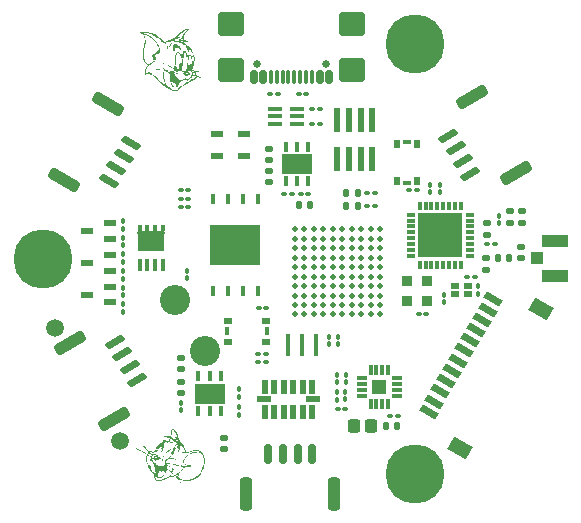
<source format=gbr>
%TF.GenerationSoftware,KiCad,Pcbnew,9.0.3*%
%TF.CreationDate,2025-09-25T19:14:03+02:00*%
%TF.ProjectId,PCB_PAPI,5043425f-5041-4504-992e-6b696361645f,rev?*%
%TF.SameCoordinates,Original*%
%TF.FileFunction,Soldermask,Top*%
%TF.FilePolarity,Negative*%
%FSLAX46Y46*%
G04 Gerber Fmt 4.6, Leading zero omitted, Abs format (unit mm)*
G04 Created by KiCad (PCBNEW 9.0.3) date 2025-09-25 19:14:03*
%MOMM*%
%LPD*%
G01*
G04 APERTURE LIST*
G04 Aperture macros list*
%AMRoundRect*
0 Rectangle with rounded corners*
0 $1 Rounding radius*
0 $2 $3 $4 $5 $6 $7 $8 $9 X,Y pos of 4 corners*
0 Add a 4 corners polygon primitive as box body*
4,1,4,$2,$3,$4,$5,$6,$7,$8,$9,$2,$3,0*
0 Add four circle primitives for the rounded corners*
1,1,$1+$1,$2,$3*
1,1,$1+$1,$4,$5*
1,1,$1+$1,$6,$7*
1,1,$1+$1,$8,$9*
0 Add four rect primitives between the rounded corners*
20,1,$1+$1,$2,$3,$4,$5,0*
20,1,$1+$1,$4,$5,$6,$7,0*
20,1,$1+$1,$6,$7,$8,$9,0*
20,1,$1+$1,$8,$9,$2,$3,0*%
%AMRotRect*
0 Rectangle, with rotation*
0 The origin of the aperture is its center*
0 $1 length*
0 $2 width*
0 $3 Rotation angle, in degrees counterclockwise*
0 Add horizontal line*
21,1,$1,$2,0,0,$3*%
G04 Aperture macros list end*
%ADD10C,0.000000*%
%ADD11R,0.400000X1.900000*%
%ADD12R,0.405000X0.990000*%
%ADD13R,0.405000X0.510000*%
%ADD14R,2.235000X1.725000*%
%ADD15R,0.077000X0.250000*%
%ADD16RoundRect,0.100000X0.100000X-0.130000X0.100000X0.130000X-0.100000X0.130000X-0.100000X-0.130000X0*%
%ADD17RoundRect,0.100000X-0.100000X0.130000X-0.100000X-0.130000X0.100000X-0.130000X0.100000X0.130000X0*%
%ADD18R,1.000000X0.550000*%
%ADD19R,0.650000X0.600000*%
%ADD20R,0.350000X0.700000*%
%ADD21RoundRect,0.147500X0.147500X0.172500X-0.147500X0.172500X-0.147500X-0.172500X0.147500X-0.172500X0*%
%ADD22RoundRect,0.140000X0.140000X0.170000X-0.140000X0.170000X-0.140000X-0.170000X0.140000X-0.170000X0*%
%ADD23RoundRect,0.150000X0.531218X-0.479904X0.681218X-0.220096X-0.531218X0.479904X-0.681218X0.220096X0*%
%ADD24RoundRect,0.250000X0.870929X-0.791506X1.120929X-0.358494X-0.870929X0.791506X-1.120929X0.358494X0*%
%ADD25C,0.650000*%
%ADD26RoundRect,0.150000X0.150000X0.425000X-0.150000X0.425000X-0.150000X-0.425000X0.150000X-0.425000X0*%
%ADD27RoundRect,0.075000X0.075000X0.500000X-0.075000X0.500000X-0.075000X-0.500000X0.075000X-0.500000X0*%
%ADD28RoundRect,0.250000X0.840000X0.750000X-0.840000X0.750000X-0.840000X-0.750000X0.840000X-0.750000X0*%
%ADD29RoundRect,0.140000X0.170000X-0.140000X0.170000X0.140000X-0.170000X0.140000X-0.170000X-0.140000X0*%
%ADD30RoundRect,0.100000X0.130000X0.100000X-0.130000X0.100000X-0.130000X-0.100000X0.130000X-0.100000X0*%
%ADD31C,0.800000*%
%ADD32C,5.000000*%
%ADD33R,2.200000X1.050000*%
%ADD34R,1.050000X1.000000*%
%ADD35RoundRect,0.100000X-0.130000X-0.100000X0.130000X-0.100000X0.130000X0.100000X-0.130000X0.100000X0*%
%ADD36RoundRect,0.150000X0.150000X0.700000X-0.150000X0.700000X-0.150000X-0.700000X0.150000X-0.700000X0*%
%ADD37RoundRect,0.250000X0.250000X1.150000X-0.250000X1.150000X-0.250000X-1.150000X0.250000X-1.150000X0*%
%ADD38RoundRect,0.147500X-0.147500X-0.172500X0.147500X-0.172500X0.147500X0.172500X-0.147500X0.172500X0*%
%ADD39RoundRect,0.150000X-0.681218X-0.220096X-0.531218X-0.479904X0.681218X0.220096X0.531218X0.479904X0*%
%ADD40RoundRect,0.250000X-1.120929X-0.358494X-0.870929X-0.791506X1.120929X0.358494X0.870929X0.791506X0*%
%ADD41C,0.470000*%
%ADD42R,0.750000X0.550000*%
%ADD43R,0.500000X2.000000*%
%ADD44R,1.085000X0.550000*%
%ADD45RoundRect,0.147500X-0.172500X0.147500X-0.172500X-0.147500X0.172500X-0.147500X0.172500X0.147500X0*%
%ADD46RoundRect,0.250000X-0.295000X-0.315000X0.295000X-0.315000X0.295000X0.315000X-0.295000X0.315000X0*%
%ADD47R,0.550000X1.145000*%
%ADD48R,1.145000X0.550000*%
%ADD49R,0.850000X0.300000*%
%ADD50R,0.300000X0.850000*%
%ADD51R,1.250000X1.250000*%
%ADD52R,2.500000X1.700000*%
%ADD53RoundRect,0.140000X-0.170000X0.140000X-0.170000X-0.140000X0.170000X-0.140000X0.170000X0.140000X0*%
%ADD54RotRect,0.600000X1.550000X60.000000*%
%ADD55RotRect,1.200000X1.800000X60.000000*%
%ADD56R,0.600000X0.650000*%
%ADD57R,0.700000X0.350000*%
%ADD58R,0.800000X0.300000*%
%ADD59R,0.300000X0.800000*%
%ADD60R,3.750000X3.750000*%
%ADD61R,1.200000X0.400000*%
%ADD62R,0.900000X0.900000*%
%ADD63RoundRect,0.150000X0.681218X0.220096X0.531218X0.479904X-0.681218X-0.220096X-0.531218X-0.479904X0*%
%ADD64RoundRect,0.250000X1.120929X0.358494X0.870929X0.791506X-1.120929X-0.358494X-0.870929X-0.791506X0*%
%ADD65R,0.450000X0.950000*%
%ADD66R,4.350000X3.450000*%
%ADD67C,2.550000*%
%ADD68C,1.500000*%
G04 APERTURE END LIST*
D10*
%TO.C,G\u002A\u002A\u002A*%
G36*
X118969095Y-97378453D02*
G01*
X119038680Y-97418326D01*
X119104132Y-97470681D01*
X119203392Y-97577899D01*
X119292316Y-97714962D01*
X119365234Y-97870780D01*
X119416478Y-98034265D01*
X119431538Y-98111086D01*
X119446554Y-98197501D01*
X119463863Y-98258269D01*
X119490424Y-98308678D01*
X119533199Y-98364017D01*
X119561739Y-98397054D01*
X119729152Y-98613927D01*
X119877318Y-98857347D01*
X119998791Y-99114386D01*
X120043795Y-99234043D01*
X120080368Y-99340146D01*
X120171239Y-99335603D01*
X120230334Y-99327357D01*
X120314862Y-99308907D01*
X120411284Y-99283407D01*
X120467469Y-99266585D01*
X120608426Y-99222815D01*
X120717387Y-99190588D01*
X120801454Y-99168456D01*
X120867730Y-99154974D01*
X120923318Y-99148696D01*
X120975321Y-99148176D01*
X121030580Y-99151944D01*
X121176221Y-99183539D01*
X121301244Y-99248563D01*
X121393091Y-99334592D01*
X121435417Y-99386403D01*
X121471013Y-99430091D01*
X121476924Y-99437370D01*
X121528389Y-99517733D01*
X121578519Y-99626422D01*
X121621743Y-99750779D01*
X121633608Y-99793350D01*
X121660908Y-99948487D01*
X121670542Y-100125714D01*
X121663302Y-100311264D01*
X121639975Y-100491370D01*
X121601351Y-100652264D01*
X121581050Y-100710057D01*
X121460924Y-100973729D01*
X121322731Y-101200545D01*
X121166160Y-101390827D01*
X120990901Y-101544894D01*
X120796646Y-101663069D01*
X120583084Y-101745673D01*
X120581214Y-101746215D01*
X120432290Y-101776464D01*
X120258352Y-101790907D01*
X120072374Y-101789685D01*
X119887331Y-101772941D01*
X119716196Y-101740818D01*
X119699469Y-101736535D01*
X119617993Y-101716390D01*
X119553904Y-101703082D01*
X119515772Y-101698249D01*
X119508918Y-101700105D01*
X119520294Y-101724679D01*
X119546835Y-101763037D01*
X119585109Y-101817663D01*
X119625515Y-101883024D01*
X119661508Y-101947487D01*
X119686543Y-101999423D01*
X119694319Y-102025127D01*
X119687649Y-102047618D01*
X119666787Y-102036830D01*
X119630459Y-101991511D01*
X119577387Y-101910405D01*
X119577035Y-101909840D01*
X119528495Y-101835329D01*
X119480847Y-101768022D01*
X119443611Y-101721299D01*
X119440529Y-101717958D01*
X119402074Y-101670261D01*
X119387006Y-101643931D01*
X119412784Y-101643931D01*
X119415612Y-101656178D01*
X119426517Y-101657664D01*
X119443474Y-101650127D01*
X119440251Y-101643931D01*
X119415803Y-101641465D01*
X119412784Y-101643931D01*
X119387006Y-101643931D01*
X119377384Y-101627118D01*
X119376709Y-101625257D01*
X119356770Y-101591620D01*
X119316379Y-101538501D01*
X119263509Y-101476243D01*
X119251972Y-101463421D01*
X119192518Y-101401061D01*
X119152379Y-101367455D01*
X119125932Y-101358559D01*
X119113611Y-101363954D01*
X119061156Y-101393519D01*
X118973785Y-101426142D01*
X118857475Y-101459880D01*
X118718207Y-101492794D01*
X118713750Y-101493745D01*
X118537080Y-101538939D01*
X118398184Y-101591607D01*
X118294125Y-101652883D01*
X118286779Y-101658536D01*
X118235227Y-101687029D01*
X118186690Y-101696077D01*
X118185380Y-101695930D01*
X118144299Y-101701938D01*
X118080786Y-101723333D01*
X118008438Y-101755517D01*
X118006966Y-101756253D01*
X117895762Y-101802624D01*
X117803640Y-101821663D01*
X117790664Y-101822013D01*
X117697887Y-101808299D01*
X117603382Y-101773044D01*
X117525066Y-101723694D01*
X117502974Y-101702454D01*
X117477480Y-101659033D01*
X117449015Y-101588633D01*
X117421819Y-101504841D01*
X117400132Y-101421242D01*
X117388198Y-101351422D01*
X117387101Y-101331261D01*
X117371338Y-101285919D01*
X117326275Y-101220487D01*
X117273399Y-101159256D01*
X117212805Y-101089946D01*
X117158345Y-101020936D01*
X117120750Y-100965914D01*
X117117825Y-100960801D01*
X117048205Y-100839683D01*
X116990529Y-100749098D01*
X116949337Y-100695136D01*
X116926217Y-100659176D01*
X116894158Y-100595948D01*
X116858723Y-100516742D01*
X116844637Y-100482587D01*
X116774870Y-100296628D01*
X116727046Y-100137742D01*
X116700012Y-99998889D01*
X116698426Y-99971898D01*
X116790107Y-99971898D01*
X116813558Y-100149146D01*
X116865501Y-100339705D01*
X116947098Y-100547887D01*
X117053560Y-100766707D01*
X117081831Y-100817719D01*
X117102176Y-100849277D01*
X117107402Y-100854258D01*
X117106213Y-100836701D01*
X117094561Y-100791800D01*
X117083666Y-100756407D01*
X117039674Y-100592907D01*
X117011759Y-100429269D01*
X116999969Y-100272607D01*
X117002098Y-100203327D01*
X117053201Y-100203327D01*
X117055025Y-100336774D01*
X117065328Y-100471189D01*
X117083409Y-100594143D01*
X117108565Y-100693207D01*
X117119098Y-100720357D01*
X117134754Y-100762982D01*
X117155334Y-100828145D01*
X117168843Y-100874858D01*
X117213686Y-100983540D01*
X117281962Y-101086492D01*
X117283418Y-101088253D01*
X117331012Y-101141674D01*
X117357542Y-101160137D01*
X117364683Y-101143039D01*
X117354111Y-101089777D01*
X117347339Y-101065274D01*
X117338624Y-101020693D01*
X117342352Y-100998892D01*
X117344032Y-100998459D01*
X117367172Y-101018020D01*
X117390633Y-101072681D01*
X117412395Y-101156406D01*
X117428977Y-101252456D01*
X117444288Y-101343186D01*
X117463639Y-101432731D01*
X117480632Y-101494420D01*
X117516576Y-101568931D01*
X117570266Y-101641679D01*
X117630496Y-101699366D01*
X117675504Y-101725610D01*
X117756992Y-101738674D01*
X117857478Y-101730486D01*
X117961754Y-101702760D01*
X117994284Y-101689670D01*
X118069338Y-101648253D01*
X118153124Y-101589727D01*
X118221701Y-101531964D01*
X118286745Y-101474290D01*
X118328983Y-101444198D01*
X118346256Y-101441224D01*
X118336404Y-101464904D01*
X118297267Y-101514776D01*
X118272152Y-101542798D01*
X118230479Y-101591218D01*
X118206858Y-101625231D01*
X118205962Y-101637064D01*
X118235238Y-101622866D01*
X118251900Y-101606656D01*
X118283045Y-101582832D01*
X118339451Y-101550067D01*
X118408695Y-101514472D01*
X118478351Y-101482155D01*
X118535995Y-101459225D01*
X118567116Y-101451663D01*
X118603795Y-101435309D01*
X118627602Y-101414646D01*
X118725183Y-101414646D01*
X118735643Y-101429466D01*
X118774587Y-101426733D01*
X118845525Y-101407530D01*
X118937193Y-101377870D01*
X119010887Y-101351479D01*
X119060065Y-101330760D01*
X119198591Y-101330760D01*
X119266204Y-101416179D01*
X119333817Y-101501598D01*
X119344257Y-101407571D01*
X119439607Y-101407571D01*
X119443431Y-101462957D01*
X119454278Y-101499627D01*
X119474636Y-101528797D01*
X119489597Y-101544516D01*
X119535874Y-101578213D01*
X119606346Y-101615529D01*
X119685298Y-101648212D01*
X119744121Y-101668000D01*
X119796150Y-101681565D01*
X119850808Y-101689803D01*
X119917520Y-101693611D01*
X120005711Y-101693886D01*
X120124806Y-101691526D01*
X120137223Y-101691218D01*
X120270908Y-101686725D01*
X120372399Y-101680170D01*
X120450692Y-101670492D01*
X120514781Y-101656625D01*
X120565197Y-101640611D01*
X120789320Y-101538910D01*
X120988464Y-101404582D01*
X121162256Y-101238048D01*
X121310321Y-101039725D01*
X121432286Y-100810035D01*
X121522814Y-100565856D01*
X121547069Y-100479571D01*
X121562932Y-100401691D01*
X121572105Y-100318674D01*
X121576288Y-100216976D01*
X121577140Y-100133252D01*
X121576375Y-100016363D01*
X121572270Y-99929200D01*
X121563440Y-99860340D01*
X121548500Y-99798354D01*
X121529716Y-99741849D01*
X121483101Y-99624528D01*
X121437749Y-99539299D01*
X121388098Y-99477623D01*
X121328584Y-99430960D01*
X121326217Y-99429471D01*
X121284001Y-99406401D01*
X121239882Y-99392222D01*
X121182436Y-99384973D01*
X121100236Y-99382694D01*
X121053930Y-99382757D01*
X120911815Y-99389450D01*
X120783384Y-99410024D01*
X120655247Y-99447919D01*
X120514012Y-99506577D01*
X120446225Y-99538889D01*
X120278164Y-99632859D01*
X120139109Y-99734305D01*
X120030562Y-99840510D01*
X119954030Y-99948753D01*
X119911015Y-100056316D01*
X119903021Y-100160479D01*
X119931553Y-100258524D01*
X119998114Y-100347731D01*
X119998588Y-100348192D01*
X120056007Y-100395524D01*
X120114162Y-100430621D01*
X120137036Y-100439528D01*
X120193909Y-100446090D01*
X120275361Y-100444879D01*
X120365755Y-100437073D01*
X120449453Y-100423845D01*
X120493428Y-100412719D01*
X120528891Y-100408691D01*
X120538925Y-100431457D01*
X120538926Y-100431921D01*
X120522788Y-100500686D01*
X120473306Y-100553615D01*
X120388884Y-100591541D01*
X120267922Y-100615294D01*
X120170893Y-100623428D01*
X119977736Y-100633531D01*
X120087649Y-100685771D01*
X120149245Y-100718500D01*
X120173504Y-100738800D01*
X120162755Y-100745391D01*
X120119326Y-100736992D01*
X120045543Y-100712323D01*
X120041897Y-100710943D01*
X119977918Y-100687955D01*
X119928684Y-100672671D01*
X119909824Y-100668867D01*
X119888849Y-100685207D01*
X119855273Y-100727848D01*
X119820178Y-100781464D01*
X119723188Y-100911324D01*
X119589803Y-101039597D01*
X119512067Y-101101460D01*
X119478453Y-101128624D01*
X119457986Y-101154953D01*
X119447119Y-101191365D01*
X119442304Y-101248776D01*
X119440320Y-101322253D01*
X119439607Y-101407571D01*
X119344257Y-101407571D01*
X119349622Y-101359245D01*
X119356644Y-101285235D01*
X119359961Y-101227102D01*
X119358872Y-101197235D01*
X119358806Y-101197029D01*
X119342235Y-101198949D01*
X119306604Y-101224962D01*
X119275388Y-101253963D01*
X119198591Y-101330760D01*
X119060065Y-101330760D01*
X119066592Y-101328010D01*
X119095064Y-101311483D01*
X119096915Y-101308394D01*
X119082863Y-101286975D01*
X119046239Y-101247327D01*
X119001158Y-101203843D01*
X118948502Y-101156726D01*
X118916594Y-101134626D01*
X118896549Y-101133937D01*
X118879482Y-101151049D01*
X118877557Y-101153656D01*
X118855431Y-101190473D01*
X118849713Y-101208350D01*
X118838524Y-101232680D01*
X118809438Y-101279186D01*
X118775680Y-101328014D01*
X118739698Y-101381190D01*
X118725183Y-101414646D01*
X118627602Y-101414646D01*
X118654146Y-101391608D01*
X118710743Y-101328601D01*
X118766160Y-101254329D01*
X118801397Y-101197977D01*
X118866383Y-101083995D01*
X118770497Y-101003904D01*
X118696438Y-100944870D01*
X118615125Y-100884145D01*
X118576655Y-100857073D01*
X118478698Y-100790333D01*
X118457652Y-100848045D01*
X118421077Y-100944516D01*
X118388092Y-101020158D01*
X118350117Y-101093504D01*
X118317517Y-101150751D01*
X118204922Y-101314698D01*
X118076680Y-101448910D01*
X118017465Y-101496239D01*
X117920651Y-101543783D01*
X117818049Y-101555569D01*
X117718697Y-101533651D01*
X117631632Y-101480087D01*
X117565893Y-101396931D01*
X117563863Y-101393072D01*
X117538402Y-101323188D01*
X117516374Y-101225062D01*
X117678313Y-101225062D01*
X117691039Y-101314682D01*
X117728475Y-101394551D01*
X117785732Y-101455582D01*
X117857921Y-101488688D01*
X117887380Y-101492038D01*
X117930308Y-101481911D01*
X117980081Y-101457083D01*
X118038198Y-101411478D01*
X118102315Y-101347831D01*
X118166542Y-101273878D01*
X118224989Y-101197350D01*
X118271764Y-101125982D01*
X118300978Y-101067507D01*
X118306740Y-101029659D01*
X118306392Y-101028664D01*
X118278172Y-101002985D01*
X118224711Y-100982545D01*
X118161966Y-100971856D01*
X118112696Y-100973909D01*
X118073464Y-100991973D01*
X118017588Y-101030208D01*
X117963343Y-101074978D01*
X117903231Y-101124711D01*
X117869863Y-101143608D01*
X117864548Y-101133246D01*
X117888595Y-101095199D01*
X117934701Y-101040495D01*
X117980996Y-100981043D01*
X117992618Y-100941968D01*
X117969378Y-100921102D01*
X117923887Y-100916059D01*
X117873666Y-100932611D01*
X117814500Y-100975671D01*
X117756734Y-101035342D01*
X117710717Y-101101729D01*
X117695184Y-101134778D01*
X117678313Y-101225062D01*
X117516374Y-101225062D01*
X117514950Y-101218717D01*
X117494731Y-101086265D01*
X117479312Y-100936659D01*
X117451793Y-100717695D01*
X117426649Y-100612206D01*
X118499533Y-100612206D01*
X118499557Y-100740957D01*
X118679785Y-100878332D01*
X118753744Y-100933972D01*
X118815577Y-100979115D01*
X118858054Y-101008569D01*
X118873440Y-101017383D01*
X118882695Y-100999684D01*
X118893166Y-100952007D01*
X118901043Y-100896922D01*
X118908308Y-100807433D01*
X118902084Y-100746420D01*
X118877825Y-100702143D01*
X118830984Y-100662859D01*
X118803510Y-100645041D01*
X118731603Y-100601449D01*
X118657098Y-100558335D01*
X118589341Y-100520861D01*
X118537676Y-100494188D01*
X118511449Y-100483479D01*
X118510996Y-100483455D01*
X118505048Y-100502213D01*
X118500906Y-100551135D01*
X118499533Y-100612206D01*
X117426649Y-100612206D01*
X117406790Y-100528890D01*
X117344981Y-100367732D01*
X117311407Y-100298377D01*
X117283127Y-100244796D01*
X117265503Y-100217055D01*
X117263983Y-100215653D01*
X117237216Y-100185163D01*
X117201938Y-100130290D01*
X117165753Y-100064573D01*
X117136265Y-100001545D01*
X117123491Y-99965578D01*
X117104724Y-99896351D01*
X117077798Y-99989051D01*
X117060558Y-100083277D01*
X117053201Y-100203327D01*
X117002098Y-100203327D01*
X117004351Y-100130036D01*
X117024953Y-100008670D01*
X117061823Y-99915625D01*
X117077871Y-99891961D01*
X117084948Y-99881219D01*
X117182195Y-99881219D01*
X117186483Y-99923389D01*
X117207001Y-99984260D01*
X117240303Y-100056130D01*
X117282946Y-100131297D01*
X117331487Y-100202060D01*
X117367337Y-100245074D01*
X117429013Y-100307164D01*
X117468042Y-100334985D01*
X117484565Y-100328596D01*
X117480101Y-100292904D01*
X117474404Y-100271730D01*
X117474157Y-100262113D01*
X117483453Y-100268093D01*
X117506384Y-100293711D01*
X117547042Y-100343009D01*
X117609521Y-100420028D01*
X117612269Y-100423418D01*
X117665931Y-100478001D01*
X117725602Y-100522700D01*
X117740774Y-100531100D01*
X117800597Y-100550113D01*
X117878527Y-100561603D01*
X117959411Y-100564828D01*
X118028094Y-100559048D01*
X118064873Y-100546949D01*
X118073944Y-100530918D01*
X118051650Y-100509389D01*
X118008222Y-100485045D01*
X117957231Y-100453969D01*
X117925866Y-100425265D01*
X117920073Y-100405697D01*
X117934360Y-100401054D01*
X117964461Y-100411293D01*
X118006816Y-100434138D01*
X118040488Y-100457782D01*
X118046513Y-100464306D01*
X118072524Y-100480694D01*
X118111482Y-100493858D01*
X118150747Y-100496531D01*
X118190926Y-100479325D01*
X118244298Y-100436708D01*
X118250327Y-100431294D01*
X118297155Y-100384611D01*
X118327795Y-100345671D01*
X118334709Y-100329204D01*
X118329476Y-100324483D01*
X118442338Y-100324483D01*
X118454010Y-100343260D01*
X118493572Y-100376918D01*
X118563356Y-100427390D01*
X118665696Y-100496609D01*
X118692129Y-100514094D01*
X118799324Y-100587871D01*
X118895139Y-100659638D01*
X118974917Y-100725330D01*
X119034007Y-100780887D01*
X119067752Y-100822244D01*
X119071543Y-100845297D01*
X119050128Y-100841414D01*
X119016231Y-100814774D01*
X118978674Y-100780841D01*
X118959792Y-100779303D01*
X118953291Y-100813575D01*
X118952714Y-100849244D01*
X118947045Y-100923234D01*
X118933376Y-100994046D01*
X118933046Y-100995207D01*
X118924846Y-101031203D01*
X118928167Y-101060276D01*
X118948206Y-101091958D01*
X118990162Y-101135776D01*
X119030897Y-101174572D01*
X119087653Y-101226870D01*
X119132635Y-101266076D01*
X119157822Y-101285258D01*
X119159991Y-101286110D01*
X119178645Y-101271745D01*
X119209466Y-101235466D01*
X119215135Y-101227933D01*
X119255949Y-101188111D01*
X119319972Y-101141715D01*
X119388634Y-101101382D01*
X119491518Y-101045181D01*
X119567433Y-100995021D01*
X119627450Y-100941114D01*
X119682638Y-100873672D01*
X119737672Y-100792785D01*
X119784811Y-100719414D01*
X119811688Y-100673062D01*
X119820643Y-100646301D01*
X119814018Y-100631703D01*
X119794153Y-100621840D01*
X119791826Y-100620943D01*
X119713632Y-100594479D01*
X119605978Y-100563103D01*
X119475797Y-100528385D01*
X119330025Y-100491895D01*
X119175595Y-100455200D01*
X119019442Y-100419872D01*
X118868501Y-100387480D01*
X118729705Y-100359592D01*
X118609990Y-100337780D01*
X118516289Y-100323611D01*
X118456222Y-100318654D01*
X118442338Y-100324483D01*
X118329476Y-100324483D01*
X118320458Y-100316347D01*
X118275353Y-100305591D01*
X118195868Y-100296355D01*
X118087609Y-100288599D01*
X117988946Y-100281020D01*
X117907077Y-100271510D01*
X117850230Y-100261234D01*
X117826824Y-100251707D01*
X117835321Y-100242401D01*
X117877018Y-100237846D01*
X117954505Y-100237945D01*
X118069712Y-100242566D01*
X118326286Y-100255570D01*
X118317664Y-100181717D01*
X118309042Y-100107865D01*
X118219320Y-100117978D01*
X118164479Y-100121982D01*
X118130817Y-100112575D01*
X118103191Y-100081462D01*
X118078439Y-100040796D01*
X118021040Y-99966001D01*
X118098053Y-99966001D01*
X118104345Y-99997619D01*
X118121507Y-100029951D01*
X118156078Y-100088476D01*
X118203902Y-100063356D01*
X118293508Y-100063356D01*
X118310330Y-100070557D01*
X118324409Y-100071452D01*
X118351828Y-100060671D01*
X118355309Y-100051498D01*
X118340209Y-100040164D01*
X118324409Y-100043402D01*
X118297304Y-100058024D01*
X118293508Y-100063356D01*
X118203902Y-100063356D01*
X118281444Y-100022627D01*
X118369628Y-99974063D01*
X118466850Y-99917199D01*
X118530410Y-99877992D01*
X118583327Y-99839538D01*
X118648599Y-99785289D01*
X118719084Y-99722081D01*
X118787643Y-99656753D01*
X118847135Y-99596142D01*
X118890419Y-99547087D01*
X118910355Y-99516426D01*
X118910906Y-99513612D01*
X118894071Y-99504758D01*
X118867862Y-99503312D01*
X118819909Y-99489821D01*
X118794534Y-99450322D01*
X118791260Y-99392952D01*
X118809609Y-99325848D01*
X118849104Y-99257146D01*
X118884687Y-99216649D01*
X118933218Y-99174766D01*
X118973815Y-99148710D01*
X118987990Y-99144445D01*
X119006288Y-99132904D01*
X119003316Y-99122391D01*
X118973290Y-99109585D01*
X118917007Y-99112891D01*
X118845109Y-99130097D01*
X118768243Y-99158994D01*
X118726112Y-99179945D01*
X118531935Y-99309947D01*
X118366332Y-99469237D01*
X118230987Y-99655889D01*
X118130001Y-99861788D01*
X118106360Y-99925579D01*
X118098053Y-99966001D01*
X118021040Y-99966001D01*
X117990485Y-99926186D01*
X117874560Y-99828006D01*
X117799352Y-99783176D01*
X117737702Y-99753348D01*
X117709061Y-99745238D01*
X117710773Y-99759941D01*
X117740181Y-99798549D01*
X117745773Y-99805230D01*
X117789625Y-99876640D01*
X117795703Y-99937154D01*
X117765907Y-99982144D01*
X117702141Y-100006987D01*
X117661408Y-100010381D01*
X117598058Y-100021638D01*
X117551903Y-100040552D01*
X117500562Y-100064900D01*
X117465357Y-100062476D01*
X117434006Y-100028981D01*
X117411495Y-99991396D01*
X117381165Y-99916936D01*
X117366291Y-99836558D01*
X117366983Y-99770012D01*
X117439984Y-99770012D01*
X117456386Y-99801313D01*
X117509660Y-99834771D01*
X117567076Y-99855147D01*
X117617369Y-99860570D01*
X117649269Y-99849172D01*
X117654903Y-99834247D01*
X117637941Y-99803907D01*
X117596468Y-99768757D01*
X117544607Y-99738304D01*
X117496481Y-99722056D01*
X117487156Y-99721326D01*
X117451797Y-99736534D01*
X117439984Y-99770012D01*
X117366983Y-99770012D01*
X117367067Y-99761973D01*
X117383687Y-99704889D01*
X117406347Y-99680774D01*
X117473817Y-99660948D01*
X117546898Y-99675211D01*
X117580718Y-99690844D01*
X117624274Y-99709365D01*
X117649756Y-99712453D01*
X117650586Y-99711833D01*
X117644895Y-99692449D01*
X117641746Y-99689323D01*
X117687149Y-99689323D01*
X117726359Y-99717134D01*
X117781962Y-99735667D01*
X117853574Y-99765563D01*
X117931241Y-99814185D01*
X117966341Y-99842231D01*
X118059768Y-99924469D01*
X118097639Y-99817709D01*
X118162959Y-99676011D01*
X118254782Y-99536311D01*
X118366685Y-99404462D01*
X118492245Y-99286316D01*
X118625037Y-99187724D01*
X118758639Y-99114540D01*
X118886628Y-99072614D01*
X118921431Y-99067177D01*
X118980306Y-99057091D01*
X119012389Y-99037600D01*
X119032085Y-98998797D01*
X119035525Y-98988700D01*
X119058371Y-98941284D01*
X119095248Y-98885731D01*
X119138646Y-98830920D01*
X119181058Y-98785728D01*
X119214976Y-98759037D01*
X119231245Y-98757242D01*
X119228068Y-98780049D01*
X119203810Y-98822725D01*
X119180527Y-98854512D01*
X119138026Y-98917239D01*
X119104995Y-98982526D01*
X119085946Y-99039268D01*
X119085388Y-99076359D01*
X119088512Y-99081108D01*
X119106049Y-99075596D01*
X119120165Y-99056577D01*
X119154005Y-99022340D01*
X119211037Y-98985502D01*
X119274873Y-98954909D01*
X119329128Y-98939408D01*
X119338146Y-98938901D01*
X119358255Y-98943215D01*
X119347748Y-98959582D01*
X119323517Y-98979643D01*
X119280284Y-99008187D01*
X119248474Y-99020384D01*
X119248400Y-99020386D01*
X119213427Y-99037752D01*
X119171517Y-99080335D01*
X119132030Y-99135511D01*
X119104328Y-99190656D01*
X119096915Y-99224668D01*
X119081744Y-99300642D01*
X119039298Y-99395144D01*
X118974175Y-99500597D01*
X118890974Y-99609423D01*
X118808512Y-99699888D01*
X118654011Y-99855891D01*
X118802096Y-99848183D01*
X118969741Y-99857486D01*
X119120929Y-99904109D01*
X119197578Y-99945698D01*
X119229693Y-99970859D01*
X119226080Y-99981674D01*
X119189659Y-99978078D01*
X119123349Y-99960006D01*
X119087562Y-99948177D01*
X118959205Y-99917538D01*
X118824115Y-99908495D01*
X118692686Y-99919923D01*
X118575311Y-99950698D01*
X118482384Y-99999695D01*
X118463008Y-100015741D01*
X118420263Y-100074185D01*
X118393835Y-100146756D01*
X118390590Y-100213756D01*
X118391904Y-100219786D01*
X118403497Y-100237725D01*
X118431751Y-100254025D01*
X118481456Y-100269912D01*
X118557401Y-100286612D01*
X118664373Y-100305349D01*
X118807161Y-100327351D01*
X118818813Y-100329073D01*
X118926443Y-100346470D01*
X119045009Y-100368121D01*
X119165022Y-100392027D01*
X119276991Y-100416187D01*
X119371428Y-100438598D01*
X119438843Y-100457260D01*
X119457418Y-100463736D01*
X119498428Y-100478708D01*
X119552499Y-100497015D01*
X119604330Y-100513660D01*
X119638620Y-100523645D01*
X119643964Y-100524655D01*
X119643857Y-100507940D01*
X119638553Y-100483705D01*
X119639287Y-100444494D01*
X119667582Y-100433159D01*
X119720834Y-100449516D01*
X119796439Y-100493377D01*
X119799066Y-100495144D01*
X119910621Y-100570429D01*
X120126923Y-100560556D01*
X120224253Y-100553872D01*
X120312305Y-100543815D01*
X120379007Y-100531967D01*
X120405025Y-100524127D01*
X120439066Y-100503963D01*
X120438122Y-100490774D01*
X120408106Y-100486542D01*
X120354931Y-100493250D01*
X120330125Y-100499017D01*
X120216240Y-100507898D01*
X120102125Y-100477529D01*
X119992855Y-100409514D01*
X119962397Y-100382599D01*
X119891537Y-100305783D01*
X119853241Y-100234848D01*
X119843349Y-100157006D01*
X119857510Y-100060301D01*
X119898122Y-99941882D01*
X119967593Y-99830403D01*
X120070913Y-99718279D01*
X120099829Y-99691743D01*
X120222709Y-99598175D01*
X120368541Y-99513503D01*
X120528830Y-99440555D01*
X120695082Y-99382156D01*
X120858802Y-99341131D01*
X121011495Y-99320307D01*
X121144666Y-99322509D01*
X121187786Y-99329836D01*
X121258596Y-99342611D01*
X121291039Y-99341326D01*
X121284696Y-99326975D01*
X121239152Y-99300553D01*
X121206465Y-99285306D01*
X121146760Y-99260596D01*
X121090495Y-99243176D01*
X121032344Y-99233591D01*
X120966978Y-99232384D01*
X120889069Y-99240100D01*
X120793292Y-99257281D01*
X120674317Y-99284473D01*
X120526818Y-99322218D01*
X120345467Y-99371062D01*
X120332924Y-99374485D01*
X120248732Y-99392490D01*
X120147802Y-99406497D01*
X120039051Y-99416175D01*
X119931394Y-99421195D01*
X119833747Y-99421225D01*
X119755027Y-99415936D01*
X119704149Y-99404997D01*
X119692767Y-99398197D01*
X119689329Y-99385628D01*
X119713427Y-99378138D01*
X119770187Y-99374820D01*
X119826912Y-99374470D01*
X119904107Y-99373143D01*
X119964428Y-99369065D01*
X119996795Y-99363057D01*
X119998900Y-99361735D01*
X119999944Y-99336544D01*
X119988530Y-99285745D01*
X119974337Y-99241261D01*
X119882871Y-99019191D01*
X119768525Y-98799790D01*
X119638346Y-98595020D01*
X119499384Y-98416843D01*
X119468183Y-98382239D01*
X119362975Y-98268938D01*
X119467738Y-98402839D01*
X119551807Y-98517416D01*
X119622976Y-98628357D01*
X119676162Y-98727056D01*
X119706279Y-98804905D01*
X119707035Y-98807878D01*
X119708119Y-98826405D01*
X119695793Y-98826235D01*
X119666643Y-98804702D01*
X119617258Y-98759141D01*
X119544225Y-98686890D01*
X119517331Y-98659751D01*
X119454120Y-98598540D01*
X119529518Y-98598540D01*
X119539818Y-98608840D01*
X119550118Y-98598540D01*
X119539818Y-98588240D01*
X119529518Y-98598540D01*
X119454120Y-98598540D01*
X119428382Y-98573616D01*
X119334171Y-98488882D01*
X119314284Y-98472290D01*
X119453200Y-98472290D01*
X119455531Y-98494274D01*
X119474584Y-98528987D01*
X119499117Y-98558900D01*
X119514348Y-98567640D01*
X119515947Y-98553060D01*
X119497760Y-98517744D01*
X119496302Y-98515497D01*
X119469912Y-98481663D01*
X119453438Y-98472080D01*
X119453200Y-98472290D01*
X119314284Y-98472290D01*
X119245531Y-98414928D01*
X119173297Y-98361128D01*
X119169015Y-98358281D01*
X119088638Y-98307957D01*
X118998678Y-98255700D01*
X118907549Y-98205918D01*
X118823663Y-98163017D01*
X118755430Y-98131407D01*
X118711262Y-98115494D01*
X118703641Y-98114436D01*
X118710125Y-98122776D01*
X118746903Y-98145166D01*
X118807203Y-98177666D01*
X118848029Y-98198467D01*
X119038622Y-98310749D01*
X119225978Y-98452721D01*
X119396918Y-98614094D01*
X119438238Y-98659306D01*
X119527470Y-98763579D01*
X119586745Y-98840593D01*
X119616460Y-98890948D01*
X119617010Y-98915248D01*
X119607762Y-98917843D01*
X119568448Y-98904314D01*
X119554615Y-98893499D01*
X119541212Y-98885137D01*
X119545159Y-98907205D01*
X119554600Y-98933610D01*
X119566951Y-98981369D01*
X119564148Y-99032088D01*
X119545126Y-99102511D01*
X119543583Y-99107305D01*
X119511867Y-99184179D01*
X119471477Y-99253288D01*
X119429317Y-99304861D01*
X119392293Y-99329128D01*
X119386305Y-99329846D01*
X119370652Y-99328545D01*
X119367686Y-99318342D01*
X119379408Y-99289785D01*
X119405917Y-99237145D01*
X119437366Y-99149395D01*
X119448414Y-99058001D01*
X119439253Y-98975298D01*
X119410073Y-98913622D01*
X119400767Y-98903903D01*
X119354339Y-98868784D01*
X119317061Y-98848957D01*
X119288659Y-98831035D01*
X119293895Y-98814344D01*
X119325376Y-98803853D01*
X119375710Y-98804532D01*
X119381773Y-98805451D01*
X119422068Y-98810126D01*
X119434858Y-98805328D01*
X119417881Y-98789188D01*
X119368874Y-98759838D01*
X119285573Y-98715406D01*
X119251416Y-98697755D01*
X119039193Y-98602846D01*
X118835917Y-98540181D01*
X118684995Y-98514733D01*
X118540710Y-98500516D01*
X118540710Y-98554678D01*
X118535427Y-98597577D01*
X118517634Y-98604101D01*
X118484415Y-98574259D01*
X118468301Y-98554842D01*
X118435353Y-98520676D01*
X118399923Y-98509152D01*
X118343801Y-98514608D01*
X118340634Y-98515139D01*
X118295022Y-98525947D01*
X118264026Y-98545134D01*
X118243974Y-98580286D01*
X118231190Y-98638987D01*
X118222001Y-98728824D01*
X118219182Y-98765901D01*
X118205545Y-98858335D01*
X118180472Y-98959665D01*
X118160942Y-99017439D01*
X118102701Y-99139391D01*
X118022303Y-99271375D01*
X117928434Y-99401450D01*
X117829780Y-99517677D01*
X117735026Y-99608114D01*
X117726000Y-99615357D01*
X117687363Y-99656113D01*
X117687149Y-99689323D01*
X117641746Y-99689323D01*
X117613106Y-99660895D01*
X117565053Y-99625156D01*
X117510571Y-99593219D01*
X117495914Y-99586230D01*
X117417515Y-99560270D01*
X117355650Y-99564327D01*
X117302501Y-99595287D01*
X117271029Y-99626224D01*
X117270541Y-99650840D01*
X117282554Y-99667885D01*
X117299719Y-99702182D01*
X117289390Y-99718017D01*
X117258803Y-99705265D01*
X117256931Y-99703746D01*
X117233056Y-99694885D01*
X117211905Y-99718750D01*
X117203232Y-99736413D01*
X117189401Y-99776757D01*
X117199010Y-99805481D01*
X117235244Y-99838341D01*
X117269191Y-99872003D01*
X117279408Y-99896419D01*
X117277802Y-99899216D01*
X117252965Y-99900143D01*
X117238437Y-99889827D01*
X117208244Y-99868347D01*
X117197580Y-99865450D01*
X117182195Y-99881219D01*
X117084948Y-99881219D01*
X117110176Y-99842928D01*
X117112472Y-99806115D01*
X117082213Y-99769749D01*
X117045401Y-99741849D01*
X116994073Y-99704437D01*
X116954873Y-99673989D01*
X116947692Y-99667852D01*
X116910133Y-99640538D01*
X116876517Y-99620613D01*
X116849551Y-99608484D01*
X116831007Y-99610540D01*
X116818120Y-99632916D01*
X116808123Y-99681744D01*
X116798252Y-99763159D01*
X116793986Y-99803650D01*
X116790107Y-99971898D01*
X116698426Y-99971898D01*
X116692615Y-99873023D01*
X116703701Y-99753103D01*
X116715568Y-99694221D01*
X116731876Y-99623841D01*
X116743652Y-99571334D01*
X116748480Y-99547493D01*
X116748496Y-99547217D01*
X116735316Y-99534492D01*
X116875079Y-99534492D01*
X116892259Y-99554437D01*
X116931529Y-99591622D01*
X116982923Y-99637403D01*
X117036479Y-99683136D01*
X117082231Y-99720174D01*
X117110215Y-99739875D01*
X117113183Y-99741064D01*
X117123697Y-99725022D01*
X117144652Y-99684161D01*
X117151425Y-99670076D01*
X117185484Y-99598302D01*
X117098973Y-99494974D01*
X117052629Y-99442130D01*
X117015952Y-99404880D01*
X116997634Y-99391647D01*
X116971260Y-99406254D01*
X116934957Y-99441324D01*
X116899992Y-99483726D01*
X116877630Y-99520331D01*
X116875079Y-99534492D01*
X116735316Y-99534492D01*
X116730943Y-99530270D01*
X116682521Y-99498998D01*
X116609590Y-99456732D01*
X116518507Y-99406802D01*
X116415630Y-99352538D01*
X116307319Y-99297269D01*
X116199931Y-99244326D01*
X116099824Y-99197038D01*
X116013357Y-99158736D01*
X115982663Y-99146140D01*
X115905315Y-99109593D01*
X115859889Y-99075216D01*
X115849459Y-99045934D01*
X115862166Y-99031467D01*
X115888038Y-99034082D01*
X115891971Y-99038826D01*
X115918881Y-99057354D01*
X115957779Y-99071103D01*
X116000596Y-99086042D01*
X116068301Y-99114226D01*
X116148888Y-99150563D01*
X116181718Y-99166086D01*
X116257538Y-99201878D01*
X116318604Y-99229642D01*
X116355965Y-99245360D01*
X116362905Y-99247445D01*
X116384337Y-99257147D01*
X116433644Y-99283455D01*
X116503139Y-99322174D01*
X116572900Y-99362033D01*
X116771370Y-99476621D01*
X116857541Y-99390450D01*
X116888483Y-99359508D01*
X117060276Y-99359508D01*
X117060932Y-99365896D01*
X117079923Y-99398005D01*
X117112379Y-99444592D01*
X117149522Y-99494042D01*
X117182576Y-99534739D01*
X117202762Y-99555067D01*
X117204334Y-99555666D01*
X117229856Y-99548880D01*
X117277849Y-99530980D01*
X117295605Y-99523717D01*
X117328004Y-99514511D01*
X117523428Y-99514511D01*
X117572157Y-99566380D01*
X117611072Y-99601522D01*
X117641003Y-99618063D01*
X117643053Y-99618248D01*
X117669437Y-99605179D01*
X117713716Y-99571559D01*
X117748469Y-99540998D01*
X117798563Y-99488768D01*
X117861234Y-99415264D01*
X117925811Y-99333226D01*
X117950527Y-99299850D01*
X118004294Y-99224657D01*
X118036167Y-99175796D01*
X118048964Y-99146636D01*
X118045508Y-99130548D01*
X118028619Y-99120900D01*
X118026922Y-99120263D01*
X117993975Y-99089284D01*
X117984881Y-99036694D01*
X117996586Y-98972086D01*
X118026039Y-98905052D01*
X118070188Y-98845183D01*
X118125979Y-98802072D01*
X118128592Y-98800740D01*
X118161676Y-98781673D01*
X118159769Y-98769680D01*
X118140734Y-98761154D01*
X118085931Y-98760976D01*
X118017550Y-98792787D01*
X117940098Y-98851555D01*
X117858086Y-98932251D01*
X117776021Y-99029845D01*
X117698412Y-99139306D01*
X117629769Y-99255605D01*
X117574599Y-99373711D01*
X117562070Y-99406728D01*
X117523428Y-99514511D01*
X117328004Y-99514511D01*
X117362292Y-99504768D01*
X117423665Y-99501291D01*
X117431400Y-99502477D01*
X117468154Y-99506145D01*
X117489316Y-99491650D01*
X117504897Y-99449473D01*
X117510722Y-99427057D01*
X117574602Y-99249767D01*
X117672642Y-99078198D01*
X117797979Y-98921936D01*
X117943754Y-98790564D01*
X117989656Y-98757966D01*
X118040536Y-98721979D01*
X118062119Y-98697284D01*
X118060205Y-98673590D01*
X118048706Y-98653218D01*
X118048390Y-98652999D01*
X118109015Y-98652999D01*
X118122184Y-98677851D01*
X118145377Y-98680486D01*
X118167930Y-98645173D01*
X118181450Y-98601829D01*
X118189221Y-98562192D01*
X118179415Y-98555428D01*
X118152008Y-98570734D01*
X118116349Y-98609026D01*
X118109015Y-98652999D01*
X118048390Y-98652999D01*
X118030819Y-98640821D01*
X117998794Y-98648849D01*
X117943587Y-98679660D01*
X117940871Y-98681336D01*
X117779899Y-98804063D01*
X117633216Y-98963293D01*
X117503337Y-99156049D01*
X117440993Y-99273196D01*
X117403528Y-99345230D01*
X117370582Y-99400369D01*
X117347460Y-99430034D01*
X117342215Y-99432847D01*
X117312847Y-99421109D01*
X117270539Y-99392756D01*
X117269121Y-99391647D01*
X117230265Y-99371744D01*
X117177788Y-99357074D01*
X117123854Y-99349142D01*
X117080629Y-99349451D01*
X117060276Y-99359508D01*
X116888483Y-99359508D01*
X116943712Y-99304278D01*
X116681766Y-99050190D01*
X116598581Y-98967923D01*
X116528388Y-98895459D01*
X116475536Y-98837544D01*
X116444372Y-98798923D01*
X116438450Y-98784587D01*
X116463259Y-98791451D01*
X116510590Y-98822864D01*
X116574432Y-98873656D01*
X116648774Y-98938655D01*
X116727604Y-99012689D01*
X116804914Y-99090586D01*
X116848071Y-99137029D01*
X116972303Y-99274676D01*
X117092151Y-99276511D01*
X117181976Y-99284166D01*
X117247909Y-99306593D01*
X117276120Y-99324084D01*
X117340241Y-99369821D01*
X117399038Y-99231383D01*
X117493730Y-99046622D01*
X117612475Y-98876401D01*
X117748519Y-98728814D01*
X117895107Y-98611952D01*
X117938517Y-98585028D01*
X118009553Y-98537604D01*
X118055726Y-98487400D01*
X118090125Y-98421917D01*
X118127360Y-98347529D01*
X118162737Y-98298488D01*
X118191780Y-98280253D01*
X118202743Y-98284606D01*
X118200976Y-98307913D01*
X118183566Y-98353940D01*
X118171345Y-98379422D01*
X118142115Y-98438776D01*
X118131313Y-98470454D01*
X118137859Y-98483069D01*
X118158058Y-98485239D01*
X118187481Y-98471211D01*
X118232574Y-98435024D01*
X118268596Y-98399915D01*
X118321904Y-98350835D01*
X118361106Y-98328838D01*
X118374487Y-98329860D01*
X118385813Y-98350321D01*
X118364107Y-98383897D01*
X118363644Y-98384410D01*
X118340041Y-98415484D01*
X118336552Y-98429360D01*
X118359861Y-98431191D01*
X118412764Y-98430516D01*
X118482743Y-98427534D01*
X118483092Y-98427515D01*
X118712420Y-98427515D01*
X118713297Y-98438091D01*
X118734582Y-98445569D01*
X118785892Y-98460219D01*
X118857277Y-98479233D01*
X118878421Y-98484679D01*
X118980025Y-98515549D01*
X119089031Y-98556186D01*
X119175454Y-98594755D01*
X119254811Y-98634265D01*
X119304460Y-98657202D01*
X119331295Y-98665910D01*
X119342209Y-98662733D01*
X119344117Y-98652099D01*
X119328167Y-98625460D01*
X119284882Y-98581114D01*
X119221101Y-98524360D01*
X119143669Y-98460495D01*
X119059428Y-98394819D01*
X118975220Y-98332630D01*
X118897887Y-98279225D01*
X118834272Y-98239904D01*
X118791218Y-98219966D01*
X118784312Y-98218617D01*
X118772491Y-98235647D01*
X118754935Y-98278826D01*
X118736100Y-98334378D01*
X118720443Y-98388532D01*
X118712420Y-98427515D01*
X118483092Y-98427515D01*
X118620476Y-98420040D01*
X118660960Y-98300161D01*
X118701444Y-98180281D01*
X118615927Y-98148521D01*
X118553886Y-98127557D01*
X118468910Y-98101483D01*
X118466182Y-98100703D01*
X118629978Y-98100703D01*
X118632805Y-98112950D01*
X118643711Y-98114436D01*
X118660667Y-98106899D01*
X118657445Y-98100703D01*
X118632997Y-98098238D01*
X118629978Y-98100703D01*
X118466182Y-98100703D01*
X118377958Y-98075476D01*
X118365609Y-98072107D01*
X118309821Y-98056960D01*
X118816608Y-98056960D01*
X118820505Y-98080755D01*
X118849596Y-98108290D01*
X118909345Y-98144043D01*
X118946438Y-98163371D01*
X119038419Y-98213877D01*
X119139805Y-98275263D01*
X119220516Y-98328681D01*
X119287165Y-98374669D01*
X119327650Y-98398882D01*
X119349088Y-98403835D01*
X119358594Y-98392039D01*
X119361454Y-98378453D01*
X119355281Y-98346236D01*
X119325876Y-98300545D01*
X119269787Y-98236656D01*
X119222488Y-98188220D01*
X119148260Y-98114002D01*
X119098926Y-98064129D01*
X119070291Y-98033768D01*
X119058160Y-98018085D01*
X119058338Y-98012248D01*
X119066631Y-98011424D01*
X119069047Y-98011436D01*
X119094625Y-98022238D01*
X119144454Y-98050900D01*
X119208926Y-98091808D01*
X119226312Y-98103360D01*
X119363376Y-98195285D01*
X119350838Y-98129110D01*
X119303271Y-97949960D01*
X119231552Y-97771624D01*
X119192933Y-97696698D01*
X119143718Y-97619415D01*
X119086547Y-97545911D01*
X119028272Y-97483285D01*
X118975745Y-97438639D01*
X118935817Y-97419070D01*
X118925532Y-97419633D01*
X118910918Y-97442780D01*
X118896667Y-97495278D01*
X118886620Y-97559924D01*
X118873831Y-97669529D01*
X118859642Y-97780995D01*
X118845347Y-97885134D01*
X118832242Y-97972757D01*
X118821619Y-98034676D01*
X118816608Y-98056960D01*
X118309821Y-98056960D01*
X118286102Y-98050520D01*
X118220588Y-98032651D01*
X118180344Y-98021578D01*
X118175057Y-98020091D01*
X118151062Y-97998770D01*
X118149307Y-97990066D01*
X118168061Y-97980083D01*
X118218229Y-97976644D01*
X118290671Y-97979024D01*
X118376249Y-97986494D01*
X118465822Y-97998330D01*
X118550252Y-98013803D01*
X118599420Y-98025852D01*
X118664578Y-98040278D01*
X118712012Y-98043562D01*
X118727433Y-98038955D01*
X118742055Y-98007856D01*
X118759289Y-97947280D01*
X118776843Y-97868661D01*
X118792423Y-97783430D01*
X118803734Y-97703017D01*
X118808485Y-97638855D01*
X118808512Y-97634825D01*
X118816487Y-97558854D01*
X118836250Y-97478028D01*
X118842211Y-97461070D01*
X118874805Y-97399970D01*
X118915784Y-97372382D01*
X118969095Y-97378453D01*
G37*
G36*
X118561311Y-100885158D02*
G01*
X118551010Y-100895458D01*
X118540710Y-100885158D01*
X118551010Y-100874858D01*
X118561311Y-100885158D01*
G37*
G36*
X120058659Y-99899357D02*
G01*
X120054822Y-99906651D01*
X120035413Y-99926324D01*
X120031791Y-99927251D01*
X120030385Y-99913944D01*
X120034222Y-99906651D01*
X120053632Y-99886977D01*
X120057254Y-99886050D01*
X120058659Y-99899357D01*
G37*
G36*
X118584806Y-64866365D02*
G01*
X118584011Y-64887301D01*
X118577536Y-64923077D01*
X118570792Y-64953027D01*
X118560534Y-65004408D01*
X118551490Y-65063334D01*
X118545307Y-65118746D01*
X118544481Y-65129578D01*
X118541137Y-65168081D01*
X118537103Y-65198471D01*
X118532988Y-65216768D01*
X118530627Y-65220292D01*
X118520879Y-65213028D01*
X118511910Y-65199711D01*
X118503297Y-65172590D01*
X118497935Y-65133292D01*
X118496083Y-65088007D01*
X118498000Y-65042924D01*
X118503760Y-65005008D01*
X118514286Y-64969192D01*
X118528607Y-64931776D01*
X118544390Y-64897863D01*
X118559302Y-64872557D01*
X118569232Y-64861814D01*
X118579890Y-64858468D01*
X118584806Y-64866365D01*
G37*
G36*
X118876121Y-64722819D02*
G01*
X118865117Y-64746364D01*
X118839624Y-64780890D01*
X118839378Y-64781185D01*
X118776548Y-64864381D01*
X118729182Y-64944979D01*
X118705919Y-64996995D01*
X118688502Y-65042551D01*
X118675814Y-65080681D01*
X118667119Y-65115952D01*
X118661680Y-65152929D01*
X118658759Y-65196177D01*
X118657619Y-65250262D01*
X118657487Y-65297050D01*
X118657162Y-65358227D01*
X118655992Y-65402604D01*
X118653847Y-65431976D01*
X118650600Y-65448139D01*
X118646313Y-65452893D01*
X118632572Y-65447998D01*
X118630795Y-65445915D01*
X118616395Y-65410650D01*
X118605878Y-65361533D01*
X118599500Y-65302961D01*
X118597514Y-65239332D01*
X118600176Y-65175043D01*
X118607739Y-65114494D01*
X118610717Y-65099064D01*
X118632670Y-65018625D01*
X118663386Y-64940398D01*
X118700778Y-64868311D01*
X118742762Y-64806292D01*
X118787254Y-64758271D01*
X118795073Y-64751656D01*
X118832113Y-64724672D01*
X118858628Y-64711312D01*
X118873628Y-64710914D01*
X118876121Y-64722819D01*
G37*
G36*
X119207946Y-64784440D02*
G01*
X119270636Y-64806472D01*
X119336306Y-64840341D01*
X119402909Y-64884586D01*
X119468402Y-64937743D01*
X119530738Y-64998352D01*
X119587873Y-65064950D01*
X119637762Y-65136075D01*
X119667045Y-65187323D01*
X119686019Y-65228767D01*
X119698645Y-65266181D01*
X119704303Y-65296397D01*
X119702373Y-65316249D01*
X119693510Y-65322636D01*
X119682616Y-65316849D01*
X119661212Y-65301192D01*
X119632638Y-65278219D01*
X119607462Y-65256813D01*
X119533684Y-65199497D01*
X119459930Y-65155308D01*
X119388691Y-65125506D01*
X119322458Y-65111350D01*
X119319141Y-65111061D01*
X119273433Y-65110086D01*
X119238527Y-65114821D01*
X119230347Y-65117546D01*
X119198614Y-65139813D01*
X119168649Y-65178390D01*
X119141620Y-65230992D01*
X119118697Y-65295329D01*
X119101049Y-65369116D01*
X119100631Y-65371353D01*
X119092718Y-65408758D01*
X119084563Y-65438525D01*
X119077428Y-65456378D01*
X119074579Y-65459522D01*
X119062753Y-65455177D01*
X119045328Y-65440159D01*
X119038253Y-65432349D01*
X119013241Y-65396075D01*
X118987847Y-65347832D01*
X118964902Y-65293979D01*
X118947238Y-65240876D01*
X118940517Y-65212866D01*
X118933306Y-65143143D01*
X118936166Y-65067227D01*
X118948425Y-64993804D01*
X118960661Y-64952768D01*
X118985129Y-64898939D01*
X119015981Y-64851088D01*
X119050308Y-64812793D01*
X119085200Y-64787633D01*
X119099683Y-64781735D01*
X119150280Y-64775707D01*
X119207946Y-64784440D01*
G37*
G36*
X120353962Y-63500625D02*
G01*
X120380738Y-63505769D01*
X120390869Y-63515764D01*
X120384478Y-63531694D01*
X120361685Y-63554641D01*
X120322612Y-63585689D01*
X120320285Y-63587435D01*
X120283601Y-63616794D01*
X120239963Y-63654678D01*
X120192670Y-63697915D01*
X120145022Y-63743331D01*
X120100318Y-63787754D01*
X120061859Y-63828009D01*
X120032944Y-63860925D01*
X120024089Y-63872273D01*
X119960881Y-63973891D01*
X119914230Y-64083619D01*
X119884437Y-64200511D01*
X119871802Y-64323624D01*
X119871354Y-64352225D01*
X119871354Y-64439055D01*
X119901593Y-64452320D01*
X119922746Y-64460504D01*
X119956654Y-64472412D01*
X119998280Y-64486314D01*
X120034175Y-64497843D01*
X120113013Y-64524176D01*
X120174699Y-64548036D01*
X120218976Y-64569286D01*
X120245586Y-64587791D01*
X120254273Y-64603415D01*
X120250234Y-64611914D01*
X120239681Y-64612301D01*
X120214675Y-64609682D01*
X120179041Y-64604542D01*
X120139762Y-64597932D01*
X120087466Y-64589291D01*
X120032262Y-64581320D01*
X119982234Y-64575139D01*
X119957417Y-64572700D01*
X119880658Y-64566335D01*
X119880658Y-64636457D01*
X119881478Y-64674139D01*
X119884433Y-64697026D01*
X119890266Y-64708878D01*
X119895653Y-64712333D01*
X119917837Y-64723918D01*
X119950482Y-64744825D01*
X119989840Y-64772362D01*
X120032162Y-64803837D01*
X120073699Y-64836559D01*
X120103955Y-64861920D01*
X120135662Y-64887839D01*
X120164114Y-64908227D01*
X120185303Y-64920352D01*
X120192848Y-64922525D01*
X120211161Y-64927370D01*
X120237623Y-64939767D01*
X120255973Y-64950475D01*
X120282789Y-64965982D01*
X120304849Y-64976117D01*
X120313918Y-64978387D01*
X120352835Y-64986975D01*
X120395226Y-65011575D01*
X120439000Y-65050441D01*
X120482071Y-65101828D01*
X120508756Y-65141208D01*
X120520662Y-65160570D01*
X120531335Y-65178951D01*
X120541660Y-65198422D01*
X120552527Y-65221052D01*
X120564821Y-65248911D01*
X120579429Y-65284068D01*
X120597238Y-65328595D01*
X120619136Y-65384559D01*
X120646009Y-65454032D01*
X120674224Y-65527325D01*
X120708588Y-65617779D01*
X120736364Y-65694100D01*
X120758235Y-65759282D01*
X120774884Y-65816320D01*
X120786994Y-65868210D01*
X120795248Y-65917946D01*
X120800331Y-65968523D01*
X120802925Y-66022935D01*
X120803714Y-66084178D01*
X120803718Y-66094871D01*
X120803512Y-66136109D01*
X120802674Y-66172468D01*
X120800763Y-66206276D01*
X120797334Y-66239863D01*
X120791945Y-66275558D01*
X120784153Y-66315690D01*
X120773515Y-66362589D01*
X120759589Y-66418584D01*
X120741931Y-66486004D01*
X120720098Y-66567179D01*
X120699504Y-66642941D01*
X120680863Y-66711911D01*
X120663928Y-66775597D01*
X120649301Y-66831643D01*
X120637588Y-66877696D01*
X120629394Y-66911401D01*
X120625322Y-66930404D01*
X120624981Y-66933255D01*
X120630907Y-66963114D01*
X120649981Y-66990863D01*
X120684147Y-67018790D01*
X120712823Y-67036656D01*
X120749465Y-67058784D01*
X120784713Y-67081586D01*
X120811469Y-67100456D01*
X120813376Y-67101927D01*
X120848254Y-67129163D01*
X120966892Y-67101123D01*
X121066861Y-67079514D01*
X121154335Y-67065315D01*
X121233703Y-67058114D01*
X121309356Y-67057500D01*
X121379913Y-67062448D01*
X121433913Y-67068838D01*
X121470818Y-67075216D01*
X121492134Y-67082057D01*
X121499368Y-67089837D01*
X121494442Y-67098652D01*
X121482700Y-67101856D01*
X121455515Y-67105695D01*
X121416026Y-67109836D01*
X121367374Y-67113946D01*
X121318131Y-67117356D01*
X121208520Y-67126343D01*
X121113194Y-67139004D01*
X121028073Y-67156006D01*
X120950622Y-67177526D01*
X120927693Y-67185634D01*
X120915754Y-67194525D01*
X120913846Y-67208508D01*
X120921008Y-67231893D01*
X120932344Y-67259599D01*
X120945110Y-67296785D01*
X120950185Y-67327191D01*
X120947207Y-67347092D01*
X120941332Y-67352465D01*
X120939423Y-67361760D01*
X120943474Y-67382033D01*
X120951545Y-67407417D01*
X120961698Y-67432041D01*
X120971996Y-67450036D01*
X120974524Y-67452971D01*
X120986352Y-67459594D01*
X121011840Y-67470934D01*
X121047156Y-67485364D01*
X121085635Y-67500194D01*
X121172853Y-67534477D01*
X121247234Y-67566958D01*
X121307792Y-67597094D01*
X121353540Y-67624339D01*
X121383492Y-67648149D01*
X121396661Y-67667979D01*
X121397215Y-67672228D01*
X121394289Y-67678890D01*
X121383083Y-67678625D01*
X121359956Y-67671009D01*
X121348369Y-67666528D01*
X121276428Y-67638403D01*
X121208201Y-67612179D01*
X121146055Y-67588731D01*
X121092360Y-67568935D01*
X121049484Y-67553668D01*
X121019796Y-67543807D01*
X121007861Y-67540535D01*
X120992846Y-67538402D01*
X120983824Y-67542165D01*
X120977968Y-67555693D01*
X120972451Y-67582855D01*
X120971017Y-67590956D01*
X120949812Y-67665432D01*
X120914881Y-67728794D01*
X120867201Y-67779700D01*
X120807745Y-67816804D01*
X120807018Y-67817136D01*
X120776794Y-67828083D01*
X120748260Y-67834122D01*
X120741957Y-67834520D01*
X120720207Y-67840140D01*
X120685498Y-67856182D01*
X120639645Y-67881755D01*
X120611700Y-67898708D01*
X120557339Y-67932188D01*
X120515976Y-67956820D01*
X120485013Y-67973905D01*
X120461849Y-67984741D01*
X120443887Y-67990630D01*
X120428525Y-67992870D01*
X120423080Y-67993034D01*
X120401894Y-67998850D01*
X120370870Y-68016618D01*
X120328740Y-68047094D01*
X120317528Y-68055837D01*
X120264278Y-68096865D01*
X120213801Y-68133455D01*
X120162497Y-68167890D01*
X120106763Y-68202452D01*
X120042997Y-68239422D01*
X119967599Y-68281082D01*
X119929955Y-68301409D01*
X119844706Y-68347483D01*
X119773990Y-68386566D01*
X119715772Y-68420133D01*
X119668012Y-68449659D01*
X119628675Y-68476616D01*
X119595721Y-68502480D01*
X119567115Y-68528725D01*
X119540818Y-68556824D01*
X119514793Y-68588252D01*
X119491264Y-68618818D01*
X119431089Y-68690636D01*
X119369902Y-68746856D01*
X119304455Y-68790355D01*
X119287243Y-68799479D01*
X119261512Y-68810689D01*
X119235214Y-68817115D01*
X119201986Y-68819828D01*
X119164997Y-68820032D01*
X119122673Y-68818159D01*
X119082489Y-68814027D01*
X119051865Y-68808448D01*
X119047167Y-68807114D01*
X119011253Y-68794197D01*
X118976236Y-68777702D01*
X118937525Y-68755116D01*
X118890527Y-68723926D01*
X118873488Y-68712069D01*
X118807619Y-68671974D01*
X118724384Y-68631750D01*
X118674702Y-68611012D01*
X118567421Y-68565793D01*
X118473582Y-68520509D01*
X118388208Y-68472455D01*
X118306322Y-68418922D01*
X118260138Y-68385545D01*
X118184395Y-68327672D01*
X118115621Y-68271773D01*
X118050736Y-68214949D01*
X117986662Y-68154302D01*
X117920320Y-68086935D01*
X117848629Y-68009949D01*
X117781250Y-67934855D01*
X117693087Y-67836381D01*
X117615306Y-67751790D01*
X117547006Y-67680164D01*
X117487284Y-67620591D01*
X117435240Y-67572154D01*
X117389972Y-67533938D01*
X117374787Y-67522226D01*
X117324411Y-67491563D01*
X117259813Y-67463308D01*
X117185362Y-67439050D01*
X117105425Y-67420378D01*
X117084798Y-67416720D01*
X117036990Y-67408295D01*
X117005993Y-67400671D01*
X116990182Y-67392118D01*
X116987932Y-67380905D01*
X116997618Y-67365303D01*
X117016843Y-67344380D01*
X117046580Y-67313699D01*
X116954040Y-67313836D01*
X116867018Y-67318165D01*
X116791274Y-67331741D01*
X116721257Y-67355866D01*
X116672051Y-67380075D01*
X116635017Y-67399242D01*
X116610745Y-67408734D01*
X116596676Y-67409432D01*
X116593100Y-67407225D01*
X116587578Y-67392432D01*
X116583340Y-67362842D01*
X116580468Y-67322227D01*
X116579044Y-67274360D01*
X116579150Y-67223013D01*
X116580868Y-67171958D01*
X116584280Y-67124967D01*
X116586542Y-67104975D01*
X116611154Y-66983220D01*
X116652225Y-66862936D01*
X116707873Y-66748748D01*
X116770053Y-66653424D01*
X116822000Y-66583955D01*
X116790578Y-66560788D01*
X116754383Y-66530367D01*
X116711808Y-66488716D01*
X116666178Y-66439699D01*
X116620818Y-66387181D01*
X116579052Y-66335024D01*
X116544206Y-66287094D01*
X116519603Y-66247254D01*
X116517769Y-66243735D01*
X116492343Y-66189380D01*
X116466751Y-66126943D01*
X116443373Y-66062863D01*
X116424586Y-66003577D01*
X116414493Y-65964086D01*
X116404431Y-65901514D01*
X116397590Y-65825477D01*
X116394064Y-65740853D01*
X116393944Y-65652521D01*
X116395686Y-65607583D01*
X116493758Y-65607583D01*
X116494798Y-65683383D01*
X116497717Y-65754318D01*
X116502520Y-65815711D01*
X116507867Y-65855664D01*
X116537246Y-65982113D01*
X116579988Y-66105028D01*
X116634557Y-66221419D01*
X116699415Y-66328294D01*
X116773026Y-66422660D01*
X116827986Y-66478795D01*
X116858250Y-66504816D01*
X116881750Y-66521228D01*
X116895772Y-66526186D01*
X116897065Y-66525730D01*
X116908852Y-66517722D01*
X116931986Y-66501413D01*
X116962756Y-66479434D01*
X116987105Y-66461900D01*
X117024718Y-66435825D01*
X117072934Y-66404003D01*
X117126239Y-66369993D01*
X117179120Y-66337352D01*
X117193195Y-66328887D01*
X117290622Y-66266245D01*
X117369951Y-66205477D01*
X117431557Y-66146243D01*
X117475818Y-66088204D01*
X117490103Y-66062538D01*
X117505390Y-66029429D01*
X117512295Y-66007592D01*
X117511937Y-65992294D01*
X117508626Y-65984147D01*
X117491499Y-65967494D01*
X117467914Y-65966238D01*
X117439821Y-65979179D01*
X117409169Y-66005113D01*
X117377910Y-66042839D01*
X117354754Y-66078991D01*
X117336234Y-66107080D01*
X117321573Y-66118024D01*
X117308620Y-66112287D01*
X117295883Y-66091704D01*
X117284458Y-66050618D01*
X117283242Y-66000415D01*
X117291187Y-65946797D01*
X117307246Y-65895462D01*
X117330370Y-65852113D01*
X117342735Y-65836800D01*
X117352976Y-65822426D01*
X117349631Y-65816674D01*
X117335104Y-65818646D01*
X117311796Y-65827446D01*
X117282110Y-65842176D01*
X117248450Y-65861938D01*
X117215084Y-65884481D01*
X117181746Y-65906978D01*
X117160351Y-65916817D01*
X117149212Y-65914004D01*
X117146640Y-65898547D01*
X117148247Y-65884769D01*
X117166279Y-65826697D01*
X117199788Y-65769075D01*
X117245809Y-65714802D01*
X117301372Y-65666780D01*
X117363512Y-65627910D01*
X117429259Y-65601094D01*
X117442002Y-65597579D01*
X117465591Y-65590705D01*
X117480370Y-65581811D01*
X117490844Y-65566033D01*
X117501513Y-65538508D01*
X117504411Y-65530169D01*
X117526015Y-65477427D01*
X117552415Y-65435230D01*
X117588929Y-65395523D01*
X117600230Y-65385069D01*
X117632320Y-65359123D01*
X117663685Y-65338946D01*
X117691140Y-65325959D01*
X117711500Y-65321580D01*
X117721578Y-65327227D01*
X117722124Y-65330779D01*
X117718487Y-65342450D01*
X117708788Y-65366552D01*
X117694842Y-65398655D01*
X117688885Y-65411859D01*
X117663524Y-65474883D01*
X117650881Y-65525056D01*
X117650868Y-65563031D01*
X117663401Y-65589460D01*
X117665141Y-65591295D01*
X117689235Y-65607760D01*
X117714345Y-65607877D01*
X117743363Y-65591381D01*
X117753189Y-65583217D01*
X117789500Y-65539238D01*
X117814613Y-65481772D01*
X117828117Y-65412496D01*
X117829601Y-65333086D01*
X117825507Y-65288513D01*
X117817595Y-65237976D01*
X117806375Y-65189553D01*
X117790513Y-65139341D01*
X117768676Y-65083437D01*
X117739530Y-65017937D01*
X117716379Y-64969083D01*
X117650437Y-64842980D01*
X117579776Y-64730131D01*
X117500689Y-64625210D01*
X117409470Y-64522889D01*
X117396823Y-64509804D01*
X117297768Y-64412608D01*
X117202026Y-64328280D01*
X117104911Y-64252887D01*
X117024321Y-64197178D01*
X116946966Y-64150074D01*
X116857469Y-64101885D01*
X116761873Y-64055480D01*
X116666220Y-64013733D01*
X116576550Y-63979514D01*
X116542590Y-63968223D01*
X116502799Y-63955685D01*
X116534549Y-64013465D01*
X116578901Y-64110745D01*
X116613047Y-64221797D01*
X116636473Y-64344507D01*
X116648667Y-64476764D01*
X116649044Y-64485274D01*
X116654254Y-64610878D01*
X116588438Y-64941171D01*
X116572579Y-65020924D01*
X116557272Y-65098213D01*
X116543051Y-65170322D01*
X116530450Y-65234530D01*
X116520002Y-65288119D01*
X116512241Y-65328371D01*
X116508307Y-65349250D01*
X116501871Y-65397751D01*
X116497299Y-65460091D01*
X116494593Y-65531593D01*
X116493758Y-65607583D01*
X116395686Y-65607583D01*
X116397323Y-65565359D01*
X116404292Y-65484244D01*
X116405251Y-65476153D01*
X116413705Y-65416336D01*
X116426019Y-65342170D01*
X116441454Y-65257334D01*
X116459269Y-65165510D01*
X116478725Y-65070378D01*
X116499083Y-64975619D01*
X116519602Y-64884914D01*
X116539543Y-64801944D01*
X116545504Y-64778319D01*
X116570235Y-64664928D01*
X116583341Y-64561962D01*
X116585150Y-64465581D01*
X116578623Y-64390186D01*
X116563529Y-64299951D01*
X116543328Y-64214246D01*
X116518951Y-64135426D01*
X116491330Y-64065845D01*
X116461398Y-64007862D01*
X116430085Y-63963830D01*
X116399148Y-63936600D01*
X116380082Y-63928878D01*
X116347088Y-63919388D01*
X116304615Y-63909276D01*
X116257115Y-63899684D01*
X116251574Y-63898673D01*
X116197169Y-63888167D01*
X116160008Y-63878894D01*
X116138857Y-63869918D01*
X116132478Y-63860305D01*
X116136153Y-63854564D01*
X116368387Y-63854564D01*
X116428864Y-63872526D01*
X116573216Y-63918304D01*
X116702452Y-63965737D01*
X116820061Y-64016371D01*
X116929535Y-64071754D01*
X117034363Y-64133434D01*
X117071372Y-64157303D01*
X117123833Y-64193036D01*
X117173439Y-64229503D01*
X117223035Y-64269104D01*
X117275469Y-64314240D01*
X117333587Y-64367311D01*
X117400235Y-64430718D01*
X117431055Y-64460618D01*
X117486211Y-64515689D01*
X117530408Y-64563178D01*
X117567164Y-64607193D01*
X117599999Y-64651844D01*
X117618466Y-64679395D01*
X117703541Y-64816924D01*
X117773565Y-64945480D01*
X117829040Y-65066310D01*
X117870466Y-65180660D01*
X117898342Y-65289777D01*
X117913170Y-65394908D01*
X117914735Y-65417714D01*
X117916544Y-65471630D01*
X117914649Y-65509091D01*
X117908511Y-65531982D01*
X117897592Y-65542186D01*
X117881354Y-65541585D01*
X117879462Y-65541018D01*
X117864163Y-65542668D01*
X117850137Y-65560024D01*
X117848038Y-65563942D01*
X117825388Y-65599245D01*
X117795981Y-65633796D01*
X117765485Y-65661405D01*
X117749117Y-65672013D01*
X117710335Y-65684091D01*
X117669765Y-65683842D01*
X117634427Y-65671686D01*
X117624436Y-65664559D01*
X117610120Y-65648341D01*
X117599704Y-65625524D01*
X117591164Y-65591073D01*
X117587983Y-65573845D01*
X117581773Y-65539099D01*
X117577647Y-65520862D01*
X117574555Y-65517303D01*
X117571450Y-65526588D01*
X117568653Y-65540027D01*
X117565782Y-65568470D01*
X117565503Y-65606423D01*
X117567436Y-65640045D01*
X117570148Y-65673754D01*
X117569924Y-65692990D01*
X117566009Y-65701758D01*
X117557652Y-65704063D01*
X117555390Y-65704102D01*
X117538354Y-65697188D01*
X117518852Y-65680068D01*
X117514669Y-65675068D01*
X117499068Y-65656899D01*
X117485865Y-65650794D01*
X117466709Y-65654291D01*
X117455845Y-65657719D01*
X117418139Y-65672279D01*
X117378565Y-65691425D01*
X117340827Y-65712862D01*
X117308632Y-65734294D01*
X117285683Y-65753425D01*
X117275686Y-65767960D01*
X117275530Y-65769447D01*
X117283345Y-65771363D01*
X117303287Y-65767445D01*
X117318138Y-65762886D01*
X117372437Y-65752612D01*
X117429151Y-65758725D01*
X117490739Y-65781522D01*
X117496548Y-65784374D01*
X117531192Y-65804008D01*
X117547768Y-65819459D01*
X117546259Y-65831060D01*
X117526651Y-65839142D01*
X117493730Y-65843662D01*
X117458598Y-65848963D01*
X117427390Y-65857720D01*
X117412288Y-65864831D01*
X117395665Y-65879635D01*
X117376015Y-65902326D01*
X117357541Y-65927310D01*
X117344442Y-65948992D01*
X117340658Y-65960204D01*
X117347285Y-65957945D01*
X117364477Y-65946727D01*
X117383568Y-65932703D01*
X117429467Y-65904235D01*
X117470318Y-65893132D01*
X117507120Y-65899163D01*
X117514001Y-65902362D01*
X117547180Y-65923421D01*
X117565584Y-65947241D01*
X117572136Y-65979232D01*
X117571307Y-66008477D01*
X117563588Y-66056142D01*
X117547336Y-66102318D01*
X117521378Y-66148311D01*
X117484539Y-66195427D01*
X117435645Y-66244971D01*
X117373522Y-66298250D01*
X117296997Y-66356568D01*
X117204895Y-66421232D01*
X117192802Y-66429438D01*
X117105131Y-66489533D01*
X117031642Y-66541903D01*
X116970476Y-66588247D01*
X116919769Y-66630264D01*
X116877659Y-66669652D01*
X116842285Y-66708109D01*
X116811784Y-66747335D01*
X116784294Y-66789028D01*
X116767786Y-66817144D01*
X116740914Y-66871954D01*
X116713927Y-66939882D01*
X116688495Y-67015520D01*
X116666285Y-67093462D01*
X116648963Y-67168303D01*
X116638198Y-67234637D01*
X116637746Y-67238709D01*
X116631315Y-67298628D01*
X116660200Y-67274322D01*
X116693592Y-67252690D01*
X116740108Y-67231386D01*
X116794357Y-67212605D01*
X116841576Y-67200466D01*
X116900072Y-67194224D01*
X116968082Y-67197038D01*
X117039426Y-67207964D01*
X117107921Y-67226062D01*
X117166627Y-67250000D01*
X117193272Y-67266022D01*
X117220822Y-67286437D01*
X117245466Y-67307847D01*
X117263394Y-67326855D01*
X117270796Y-67340066D01*
X117270349Y-67342467D01*
X117259287Y-67345690D01*
X117234759Y-67346660D01*
X117201790Y-67345212D01*
X117197318Y-67344853D01*
X117155395Y-67342871D01*
X117130691Y-67344975D01*
X117123508Y-67350444D01*
X117134152Y-67358561D01*
X117162924Y-67368607D01*
X117184877Y-67374289D01*
X117248211Y-67393915D01*
X117318613Y-67423262D01*
X117389678Y-67459216D01*
X117454998Y-67498664D01*
X117485998Y-67520603D01*
X117506260Y-67537623D01*
X117537756Y-67566269D01*
X117578732Y-67604845D01*
X117627428Y-67651657D01*
X117682089Y-67705010D01*
X117740957Y-67763207D01*
X117802274Y-67824554D01*
X117828757Y-67851278D01*
X117891282Y-67914263D01*
X117952645Y-67975557D01*
X118010987Y-68033342D01*
X118064451Y-68085798D01*
X118111178Y-68131105D01*
X118149310Y-68167445D01*
X118176990Y-68192998D01*
X118184379Y-68199500D01*
X118212114Y-68222803D01*
X118246602Y-68250976D01*
X118285056Y-68281838D01*
X118324692Y-68313209D01*
X118362724Y-68342907D01*
X118396368Y-68368752D01*
X118422838Y-68388564D01*
X118439350Y-68400161D01*
X118443345Y-68402270D01*
X118439832Y-68394827D01*
X118428437Y-68374548D01*
X118410928Y-68344508D01*
X118389074Y-68307783D01*
X118388509Y-68306841D01*
X118329839Y-68196990D01*
X118278440Y-68074439D01*
X118233479Y-67937088D01*
X118214892Y-67868990D01*
X118201419Y-67819034D01*
X118188160Y-67773927D01*
X118176323Y-67737505D01*
X118167117Y-67713602D01*
X118164148Y-67707941D01*
X118155534Y-67685843D01*
X118147455Y-67648536D01*
X118140296Y-67599418D01*
X118134440Y-67541887D01*
X118130272Y-67479341D01*
X118128176Y-67415178D01*
X118128006Y-67388131D01*
X118128555Y-67345478D01*
X118128568Y-67345273D01*
X118179244Y-67345273D01*
X118179441Y-67365845D01*
X118185654Y-67376202D01*
X118196629Y-67378827D01*
X118206436Y-67380343D01*
X118212389Y-67386815D01*
X118214674Y-67401123D01*
X118213477Y-67426149D01*
X118208983Y-67464777D01*
X118204355Y-67498741D01*
X118199361Y-67537432D01*
X118197696Y-67561940D01*
X118199561Y-67576424D01*
X118205158Y-67585045D01*
X118208672Y-67587919D01*
X118219163Y-67604599D01*
X118228700Y-67637257D01*
X118234331Y-67668042D01*
X118243699Y-67722284D01*
X118256103Y-67783214D01*
X118270296Y-67845546D01*
X118285027Y-67903995D01*
X118299047Y-67953276D01*
X118308273Y-67980848D01*
X118325428Y-68022275D01*
X118349399Y-68074034D01*
X118377570Y-68131020D01*
X118407323Y-68188129D01*
X118436040Y-68240254D01*
X118461104Y-68282292D01*
X118469123Y-68294555D01*
X118498013Y-68333174D01*
X118535209Y-68377252D01*
X118576805Y-68422676D01*
X118618899Y-68465331D01*
X118657585Y-68501103D01*
X118687959Y-68525192D01*
X118728044Y-68552775D01*
X118698078Y-68498457D01*
X118681592Y-68469326D01*
X118667878Y-68446438D01*
X118660319Y-68435299D01*
X118652856Y-68418209D01*
X118652527Y-68414365D01*
X118657695Y-68402895D01*
X118672452Y-68406059D01*
X118695674Y-68423277D01*
X118723626Y-68451116D01*
X118793495Y-68524890D01*
X118854857Y-68584557D01*
X118909792Y-68631310D01*
X118960383Y-68666346D01*
X119008710Y-68690858D01*
X119056854Y-68706042D01*
X119106896Y-68713091D01*
X119160918Y-68713201D01*
X119178204Y-68712060D01*
X119223182Y-68704517D01*
X119268526Y-68690655D01*
X119282641Y-68684646D01*
X119328559Y-68655371D01*
X119377137Y-68610752D01*
X119426088Y-68553381D01*
X119473124Y-68485854D01*
X119503616Y-68434057D01*
X119525144Y-68395665D01*
X119544175Y-68363426D01*
X119558600Y-68340806D01*
X119566163Y-68331352D01*
X119578066Y-68331022D01*
X119584442Y-68346300D01*
X119584596Y-68374827D01*
X119582931Y-68388306D01*
X119580410Y-68414512D01*
X119583525Y-68424097D01*
X119586791Y-68423302D01*
X119597570Y-68416398D01*
X119621142Y-68401058D01*
X119654759Y-68379078D01*
X119695672Y-68352256D01*
X119732087Y-68328336D01*
X119780530Y-68296547D01*
X119827401Y-68265898D01*
X119868875Y-68238880D01*
X119901129Y-68217987D01*
X119915371Y-68208852D01*
X119969125Y-68166426D01*
X120024307Y-68107140D01*
X120036080Y-68091263D01*
X120113259Y-68091263D01*
X120120342Y-68090865D01*
X120140603Y-68079957D01*
X120172560Y-68059492D01*
X120214732Y-68030423D01*
X120265637Y-67993700D01*
X120269267Y-67991030D01*
X120308516Y-67960401D01*
X120355475Y-67921075D01*
X120404829Y-67877644D01*
X120451263Y-67834703D01*
X120461034Y-67825316D01*
X120497354Y-67790479D01*
X120529040Y-67760739D01*
X120553692Y-67738299D01*
X120568909Y-67725361D01*
X120572517Y-67723076D01*
X120578930Y-67730403D01*
X120577221Y-67749395D01*
X120568516Y-67775574D01*
X120553942Y-67804457D01*
X120550753Y-67809643D01*
X120536611Y-67833334D01*
X120528828Y-67849200D01*
X120528527Y-67853332D01*
X120539284Y-67848609D01*
X120562229Y-67835834D01*
X120593949Y-67817097D01*
X120631034Y-67794491D01*
X120670071Y-67770106D01*
X120707648Y-67746034D01*
X120740353Y-67724366D01*
X120751882Y-67716438D01*
X120780843Y-67697126D01*
X120804565Y-67682960D01*
X120818457Y-67676657D01*
X120819336Y-67676556D01*
X120827083Y-67684595D01*
X120830445Y-67702142D01*
X120831801Y-67714346D01*
X120835909Y-67713918D01*
X120844466Y-67699213D01*
X120854230Y-67679082D01*
X120864566Y-67651450D01*
X120873530Y-67617223D01*
X120880497Y-67580811D01*
X120884842Y-67546623D01*
X120885941Y-67519069D01*
X120883170Y-67502559D01*
X120879621Y-67499779D01*
X120866873Y-67498776D01*
X120840709Y-67496116D01*
X120806193Y-67492319D01*
X120796861Y-67491254D01*
X120752663Y-67486261D01*
X120707477Y-67481295D01*
X120670928Y-67477413D01*
X120670273Y-67477346D01*
X120617872Y-67471963D01*
X120572821Y-67553325D01*
X120513177Y-67643144D01*
X120441535Y-67718762D01*
X120357760Y-67780311D01*
X120327521Y-67797508D01*
X120287766Y-67819729D01*
X120261082Y-67837875D01*
X120243442Y-67855215D01*
X120230817Y-67875013D01*
X120230009Y-67876592D01*
X120217257Y-67900758D01*
X120198248Y-67935535D01*
X120176013Y-67975414D01*
X120162219Y-67999790D01*
X120142138Y-68035542D01*
X120126046Y-68065117D01*
X120115864Y-68084926D01*
X120113259Y-68091263D01*
X120036080Y-68091263D01*
X120079625Y-68032540D01*
X120128414Y-67953667D01*
X120188371Y-67848680D01*
X120129714Y-67843458D01*
X120060301Y-67828653D01*
X120022512Y-67811814D01*
X119973966Y-67785392D01*
X119924099Y-67818502D01*
X119869867Y-67851815D01*
X119813061Y-67882108D01*
X119759829Y-67906282D01*
X119724745Y-67918898D01*
X119686688Y-67935546D01*
X119647453Y-67963626D01*
X119606038Y-68004277D01*
X119561438Y-68058640D01*
X119512652Y-68127857D01*
X119458674Y-68213068D01*
X119442857Y-68239339D01*
X119399386Y-68310202D01*
X119361969Y-68365911D01*
X119328739Y-68408149D01*
X119297833Y-68438602D01*
X119267387Y-68458954D01*
X119235536Y-68470891D01*
X119200416Y-68476096D01*
X119180192Y-68476702D01*
X119105860Y-68467672D01*
X119035237Y-68441295D01*
X118969365Y-68398639D01*
X118909286Y-68340772D01*
X118856042Y-68268764D01*
X118810675Y-68183683D01*
X118774228Y-68086598D01*
X118763684Y-68049645D01*
X118749729Y-67984327D01*
X118739452Y-67914460D01*
X118737887Y-67903818D01*
X118736508Y-67890299D01*
X118810695Y-67890299D01*
X118810695Y-67914460D01*
X118814595Y-67949806D01*
X118825216Y-67997032D01*
X118840939Y-68051382D01*
X118860147Y-68108101D01*
X118881221Y-68162433D01*
X118902544Y-68209622D01*
X118922496Y-68244915D01*
X118923775Y-68246781D01*
X118958224Y-68292508D01*
X118993861Y-68333374D01*
X119025916Y-68363959D01*
X119029222Y-68366623D01*
X119073340Y-68393097D01*
X119123175Y-68409819D01*
X119173340Y-68415871D01*
X119218447Y-68410334D01*
X119238571Y-68402329D01*
X119254336Y-68383891D01*
X119260748Y-68352603D01*
X119258114Y-68311520D01*
X119246740Y-68263697D01*
X119226931Y-68212189D01*
X119217588Y-68192929D01*
X119198964Y-68163544D01*
X119172657Y-68130737D01*
X119142082Y-68097841D01*
X119110655Y-68068187D01*
X119081791Y-68045108D01*
X119058905Y-68031938D01*
X119050708Y-68030109D01*
X119047649Y-68038318D01*
X119047970Y-68059116D01*
X119049390Y-68071977D01*
X119051301Y-68100127D01*
X119046839Y-68112026D01*
X119035607Y-68107526D01*
X119017210Y-68086482D01*
X118992742Y-68051043D01*
X118945768Y-67986962D01*
X118899055Y-67939099D01*
X118853629Y-67908472D01*
X118845585Y-67904834D01*
X118810695Y-67890299D01*
X118736508Y-67890299D01*
X118728462Y-67811443D01*
X118721758Y-67710531D01*
X118718078Y-67604410D01*
X118717450Y-67542980D01*
X118717048Y-67469862D01*
X118715377Y-67412715D01*
X118711456Y-67368903D01*
X118704307Y-67335790D01*
X118692950Y-67310741D01*
X118676405Y-67291122D01*
X118653693Y-67274295D01*
X118623834Y-67257626D01*
X118608486Y-67249817D01*
X118572000Y-67229135D01*
X118527130Y-67200215D01*
X118479625Y-67166925D01*
X118436121Y-67133844D01*
X118389432Y-67097124D01*
X118363813Y-67078263D01*
X118470319Y-67078263D01*
X118483542Y-67090566D01*
X118489706Y-67095734D01*
X118519014Y-67116129D01*
X118559643Y-67139256D01*
X118605723Y-67162282D01*
X118651387Y-67182375D01*
X118690766Y-67196704D01*
X118708351Y-67201246D01*
X118757281Y-67208562D01*
X118799175Y-67208842D01*
X118801441Y-67208493D01*
X119001428Y-67208493D01*
X119057898Y-67268944D01*
X119080993Y-67295760D01*
X119111727Y-67334486D01*
X119147400Y-67381558D01*
X119185315Y-67433410D01*
X119222776Y-67486479D01*
X119225314Y-67490151D01*
X119281117Y-67569681D01*
X119329241Y-67634939D01*
X119371420Y-67687704D01*
X119409390Y-67729752D01*
X119444888Y-67762863D01*
X119479649Y-67788815D01*
X119515408Y-67809384D01*
X119553280Y-67826108D01*
X119578599Y-67835729D01*
X119597893Y-67841077D01*
X119616720Y-67842284D01*
X119640636Y-67839485D01*
X119675199Y-67832813D01*
X119691601Y-67829431D01*
X119748961Y-67815762D01*
X119800641Y-67798846D01*
X119852447Y-67776315D01*
X119910188Y-67745801D01*
X119942711Y-67727038D01*
X119978240Y-67706396D01*
X120007614Y-67689833D01*
X120027299Y-67679310D01*
X120033658Y-67676556D01*
X120037650Y-67684488D01*
X120038827Y-67698194D01*
X120047279Y-67726482D01*
X120070266Y-67748955D01*
X120104235Y-67764167D01*
X120145635Y-67770670D01*
X120190911Y-67767020D01*
X120201760Y-67764524D01*
X120285481Y-67733874D01*
X120361130Y-67687423D01*
X120429222Y-67624707D01*
X120490273Y-67545266D01*
X120537523Y-67463242D01*
X120559470Y-67410933D01*
X120657545Y-67410933D01*
X120759889Y-67426297D01*
X120801620Y-67432577D01*
X120836366Y-67437836D01*
X120860118Y-67441463D01*
X120868662Y-67442808D01*
X120878906Y-67437488D01*
X120880220Y-67435656D01*
X120879386Y-67424049D01*
X120873249Y-67398780D01*
X120862853Y-67363685D01*
X120850531Y-67326334D01*
X120836715Y-67286246D01*
X120825346Y-67253258D01*
X120817659Y-67230954D01*
X120814899Y-67222945D01*
X120806609Y-67225173D01*
X120785221Y-67233161D01*
X120754759Y-67245383D01*
X120742484Y-67250466D01*
X120705302Y-67266703D01*
X120681935Y-67280831D01*
X120668915Y-67297636D01*
X120662776Y-67321904D01*
X120660048Y-67358421D01*
X120659748Y-67364642D01*
X120657545Y-67410933D01*
X120559470Y-67410933D01*
X120566468Y-67394254D01*
X120582233Y-67328837D01*
X120585100Y-67268923D01*
X120575350Y-67216444D01*
X120553266Y-67173331D01*
X120519127Y-67141517D01*
X120488560Y-67127119D01*
X120461543Y-67122179D01*
X120420287Y-67119450D01*
X120369005Y-67118762D01*
X120311915Y-67119945D01*
X120253230Y-67122830D01*
X120197167Y-67127245D01*
X120147939Y-67133022D01*
X120109764Y-67139989D01*
X120099303Y-67142829D01*
X120043479Y-67160182D01*
X120136519Y-67165746D01*
X120212592Y-67174368D01*
X120277404Y-67189903D01*
X120329860Y-67211447D01*
X120368865Y-67238094D01*
X120393321Y-67268939D01*
X120402133Y-67303078D01*
X120394205Y-67339605D01*
X120378522Y-67365570D01*
X120362619Y-67381932D01*
X120334871Y-67405995D01*
X120298758Y-67434906D01*
X120257761Y-67465816D01*
X120243590Y-67476086D01*
X120198262Y-67508377D01*
X120165014Y-67530498D01*
X120140748Y-67543046D01*
X120122366Y-67546617D01*
X120106773Y-67541808D01*
X120090870Y-67529216D01*
X120071560Y-67509437D01*
X120071391Y-67509260D01*
X120049769Y-67490736D01*
X120017701Y-67468163D01*
X119981376Y-67445830D01*
X119973699Y-67441524D01*
X119922858Y-67411595D01*
X119887487Y-67385620D01*
X119865476Y-67361454D01*
X119854716Y-67336954D01*
X119852746Y-67318604D01*
X119861155Y-67271813D01*
X119865518Y-67264845D01*
X120031310Y-67264845D01*
X120032153Y-67273206D01*
X120046734Y-67286306D01*
X120046836Y-67286390D01*
X120070218Y-67296853D01*
X120105862Y-67303087D01*
X120147879Y-67304954D01*
X120190376Y-67302315D01*
X120227464Y-67295031D01*
X120239162Y-67290913D01*
X120262166Y-67276603D01*
X120271504Y-67260517D01*
X120265401Y-67246262D01*
X120262258Y-67244002D01*
X120248553Y-67239477D01*
X120222881Y-67233783D01*
X120200749Y-67229816D01*
X120150858Y-67226449D01*
X120102320Y-67231470D01*
X120061436Y-67243898D01*
X120043479Y-67254292D01*
X120031310Y-67264845D01*
X119865518Y-67264845D01*
X119885293Y-67233262D01*
X119908500Y-67214162D01*
X119937035Y-67196095D01*
X119855349Y-67158036D01*
X119790725Y-67129385D01*
X119734292Y-67108156D01*
X119678491Y-67091859D01*
X119615766Y-67078005D01*
X119607498Y-67076405D01*
X119573561Y-67071360D01*
X119531832Y-67067288D01*
X119486443Y-67064324D01*
X119441528Y-67062606D01*
X119401218Y-67062272D01*
X119369647Y-67063458D01*
X119350947Y-67066303D01*
X119348134Y-67067786D01*
X119351547Y-67076302D01*
X119365761Y-67093092D01*
X119383799Y-67110839D01*
X119407608Y-67136428D01*
X119421713Y-67159076D01*
X119424873Y-67175708D01*
X119415846Y-67183250D01*
X119413131Y-67183407D01*
X119395157Y-67177831D01*
X119365493Y-67160907D01*
X119323516Y-67132232D01*
X119268603Y-67091406D01*
X119257482Y-67082879D01*
X119223777Y-67056953D01*
X119194864Y-67034751D01*
X119174363Y-67019050D01*
X119166691Y-67013216D01*
X119157026Y-67013080D01*
X119145879Y-67028086D01*
X119137236Y-67046435D01*
X119120488Y-67081500D01*
X119101003Y-67116993D01*
X119095964Y-67125248D01*
X119072634Y-67162205D01*
X119171939Y-67202317D01*
X119243148Y-67231885D01*
X119298175Y-67256718D01*
X119338568Y-67277729D01*
X119365878Y-67295829D01*
X119381653Y-67311931D01*
X119387442Y-67326947D01*
X119387545Y-67329277D01*
X119385145Y-67337035D01*
X119376627Y-67340040D01*
X119360012Y-67337749D01*
X119333323Y-67329622D01*
X119294582Y-67315116D01*
X119241811Y-67293691D01*
X119211750Y-67281139D01*
X119161256Y-67260402D01*
X119114278Y-67241961D01*
X119074550Y-67227219D01*
X119045803Y-67217577D01*
X119034974Y-67214745D01*
X119001428Y-67208493D01*
X118801441Y-67208493D01*
X118844297Y-67201892D01*
X118859970Y-67198375D01*
X118896561Y-67188830D01*
X118916805Y-67180908D01*
X118922771Y-67173588D01*
X118920081Y-67168774D01*
X118907727Y-67163391D01*
X118880293Y-67155211D01*
X118840974Y-67144938D01*
X118792965Y-67133279D01*
X118739462Y-67120940D01*
X118683659Y-67108626D01*
X118628752Y-67097044D01*
X118577935Y-67086899D01*
X118534404Y-67078896D01*
X118501354Y-67073743D01*
X118482584Y-67072129D01*
X118470340Y-67073244D01*
X118470319Y-67078263D01*
X118363813Y-67078263D01*
X118354458Y-67071376D01*
X118328810Y-67055436D01*
X118310100Y-67048138D01*
X118295938Y-67048315D01*
X118283936Y-67054804D01*
X118280345Y-67057856D01*
X118265353Y-67078371D01*
X118247876Y-67113532D01*
X118229352Y-67159796D01*
X118211217Y-67213620D01*
X118196925Y-67263637D01*
X118185070Y-67312025D01*
X118179244Y-67345273D01*
X118128568Y-67345273D01*
X118130703Y-67311880D01*
X118135553Y-67281527D01*
X118144208Y-67248612D01*
X118157772Y-67207327D01*
X118167780Y-67178790D01*
X118183197Y-67135128D01*
X118196589Y-67096960D01*
X118206593Y-67068188D01*
X118211845Y-67052719D01*
X118212026Y-67052148D01*
X118211477Y-67047140D01*
X118205543Y-67042534D01*
X118192757Y-67038138D01*
X118171656Y-67033765D01*
X118140773Y-67029223D01*
X118098643Y-67024324D01*
X118043801Y-67018877D01*
X117974781Y-67012693D01*
X117890118Y-67005583D01*
X117789227Y-66997427D01*
X117711198Y-66990872D01*
X117650296Y-66984987D01*
X117605062Y-66979582D01*
X117574034Y-66974464D01*
X117555753Y-66969442D01*
X117549900Y-66966028D01*
X117544162Y-66957808D01*
X117549992Y-66953040D01*
X117570433Y-66950038D01*
X117580282Y-66949197D01*
X117611625Y-66948177D01*
X117658280Y-66948611D01*
X117717020Y-66950342D01*
X117784618Y-66953215D01*
X117857847Y-66957073D01*
X117933481Y-66961761D01*
X118008293Y-66967122D01*
X118079056Y-66973001D01*
X118086392Y-66973667D01*
X118143144Y-66978318D01*
X118189873Y-66981050D01*
X118224109Y-66981778D01*
X118243383Y-66980416D01*
X118246436Y-66979188D01*
X118244527Y-66968851D01*
X118230030Y-66949855D01*
X118207111Y-66926879D01*
X118183361Y-66903943D01*
X118166277Y-66885426D01*
X118159424Y-66875203D01*
X118159413Y-66875023D01*
X118166119Y-66866351D01*
X118185289Y-66869435D01*
X118215500Y-66883648D01*
X118255331Y-66908359D01*
X118289669Y-66932669D01*
X118326138Y-66958846D01*
X118358703Y-66980798D01*
X118383640Y-66996105D01*
X118396666Y-67002243D01*
X118411077Y-67005228D01*
X118440768Y-67011157D01*
X118482746Y-67019440D01*
X118534023Y-67029489D01*
X118591606Y-67040714D01*
X118610658Y-67044416D01*
X118675924Y-67057349D01*
X118741721Y-67070856D01*
X118803437Y-67083954D01*
X118856458Y-67095664D01*
X118896172Y-67105005D01*
X118898635Y-67105621D01*
X118947855Y-67116978D01*
X118982125Y-67122338D01*
X119003993Y-67122027D01*
X119010757Y-67119996D01*
X119025459Y-67106819D01*
X119043684Y-67081834D01*
X119062284Y-67050603D01*
X119078112Y-67018691D01*
X119088021Y-66991660D01*
X119089816Y-66980251D01*
X119087573Y-66969482D01*
X119079564Y-66957539D01*
X119068524Y-66947256D01*
X119186382Y-66947256D01*
X119186445Y-66948228D01*
X119202363Y-66962853D01*
X119225809Y-66982934D01*
X119252726Y-67005182D01*
X119279057Y-67026310D01*
X119300744Y-67043028D01*
X119313730Y-67052047D01*
X119315439Y-67052775D01*
X119322249Y-67046130D01*
X119322417Y-67044179D01*
X119329812Y-67033957D01*
X119347636Y-67021859D01*
X119348003Y-67021664D01*
X119373589Y-67008157D01*
X119373272Y-67008033D01*
X119688338Y-67008033D01*
X119689365Y-67018552D01*
X119702788Y-67025611D01*
X119723982Y-67030086D01*
X119758932Y-67038164D01*
X119802599Y-67051435D01*
X119849136Y-67067772D01*
X119892691Y-67085048D01*
X119927419Y-67101136D01*
X119941135Y-67109036D01*
X119968572Y-67123490D01*
X119993668Y-67125966D01*
X120023377Y-67116499D01*
X120037866Y-67109500D01*
X120064700Y-67090576D01*
X120082560Y-67068135D01*
X120083831Y-67065306D01*
X120083995Y-67064816D01*
X120144372Y-67064816D01*
X120146849Y-67070758D01*
X120161923Y-67070867D01*
X120184579Y-67065314D01*
X120190378Y-67063237D01*
X120200548Y-67058032D01*
X120207778Y-67049179D01*
X120213181Y-67033125D01*
X120217866Y-67006316D01*
X120222946Y-66965197D01*
X120224032Y-66955612D01*
X120236951Y-66870047D01*
X120255341Y-66789428D01*
X120309899Y-66789428D01*
X120312359Y-66794089D01*
X120322766Y-66782316D01*
X120335973Y-66762527D01*
X120355826Y-66735028D01*
X120376246Y-66712543D01*
X120385834Y-66704670D01*
X120410707Y-66694977D01*
X120432271Y-66702031D01*
X120452413Y-66726647D01*
X120457456Y-66735656D01*
X120475294Y-66769413D01*
X120475705Y-66697745D01*
X120473240Y-66642818D01*
X120465269Y-66604711D01*
X120452019Y-66583704D01*
X120433717Y-66580079D01*
X120410589Y-66594117D01*
X120400467Y-66604266D01*
X120374956Y-66635514D01*
X120354601Y-66669256D01*
X120335579Y-66712204D01*
X120328689Y-66730220D01*
X120315354Y-66768187D01*
X120309899Y-66789428D01*
X120255341Y-66789428D01*
X120255501Y-66788727D01*
X120278719Y-66713880D01*
X120305642Y-66647735D01*
X120335307Y-66592519D01*
X120366754Y-66550459D01*
X120399018Y-66523784D01*
X120413325Y-66517462D01*
X120446618Y-66516327D01*
X120480980Y-66532804D01*
X120502578Y-66552180D01*
X120516479Y-66566440D01*
X120526123Y-66572410D01*
X120533038Y-66567957D01*
X120538752Y-66550951D01*
X120544792Y-66519261D01*
X120550283Y-66485640D01*
X120563231Y-66375102D01*
X120567349Y-66262886D01*
X120562834Y-66153538D01*
X120549886Y-66051606D01*
X120528705Y-65961635D01*
X120527130Y-65956572D01*
X120507396Y-65900462D01*
X120488203Y-65860654D01*
X120467981Y-65834963D01*
X120445156Y-65821201D01*
X120427102Y-65817522D01*
X120396226Y-65820734D01*
X120370404Y-65837257D01*
X120347783Y-65868891D01*
X120327778Y-65914024D01*
X120315476Y-65950592D01*
X120304939Y-65991020D01*
X120295772Y-66037901D01*
X120287575Y-66093828D01*
X120279954Y-66161392D01*
X120272510Y-66243188D01*
X120267302Y-66308864D01*
X120261601Y-66377411D01*
X120254821Y-66448407D01*
X120247522Y-66516637D01*
X120240261Y-66576890D01*
X120233597Y-66623954D01*
X120233397Y-66625201D01*
X120226218Y-66667451D01*
X120217009Y-66718184D01*
X120206385Y-66774365D01*
X120194961Y-66832957D01*
X120183350Y-66890926D01*
X120172168Y-66945236D01*
X120162029Y-66992852D01*
X120153549Y-67030739D01*
X120147341Y-67055861D01*
X120144372Y-67064816D01*
X120083995Y-67064816D01*
X120099250Y-67019156D01*
X120115307Y-66957060D01*
X120131551Y-66881650D01*
X120147532Y-66795557D01*
X120162799Y-66701411D01*
X120176901Y-66601843D01*
X120189389Y-66499485D01*
X120199810Y-66396967D01*
X120201437Y-66378644D01*
X120207047Y-66316266D01*
X120213145Y-66252372D01*
X120219177Y-66192501D01*
X120224593Y-66142189D01*
X120227410Y-66118131D01*
X120234482Y-66043412D01*
X120236883Y-65974772D01*
X120234843Y-65914382D01*
X120228589Y-65864417D01*
X120218350Y-65827049D01*
X120204355Y-65804453D01*
X120193846Y-65798805D01*
X120180641Y-65802366D01*
X120169589Y-65819902D01*
X120159886Y-65853144D01*
X120153675Y-65885458D01*
X120145010Y-65918828D01*
X120133403Y-65933933D01*
X120130957Y-65934714D01*
X120124159Y-65933426D01*
X120119233Y-65924599D01*
X120115554Y-65905288D01*
X120112495Y-65872546D01*
X120110214Y-65837094D01*
X120102612Y-65754783D01*
X120090117Y-65676877D01*
X120073479Y-65605407D01*
X120053448Y-65542405D01*
X120030773Y-65489900D01*
X120006205Y-65449923D01*
X119980494Y-65424505D01*
X119954589Y-65415677D01*
X119935690Y-65422147D01*
X119920840Y-65442046D01*
X119909960Y-65476108D01*
X119902971Y-65525064D01*
X119899793Y-65589649D01*
X119900346Y-65670594D01*
X119904551Y-65768634D01*
X119908845Y-65836708D01*
X119912289Y-65891880D01*
X119914614Y-65940620D01*
X119915736Y-65979911D01*
X119915568Y-66006737D01*
X119914027Y-66018081D01*
X119913988Y-66018122D01*
X119903727Y-66017897D01*
X119890860Y-66000714D01*
X119876155Y-65967914D01*
X119862799Y-65928802D01*
X119847507Y-65886320D01*
X119828203Y-65842788D01*
X119807218Y-65802575D01*
X119786883Y-65770047D01*
X119769530Y-65749574D01*
X119765575Y-65746628D01*
X119750268Y-65742333D01*
X119736754Y-65753593D01*
X119735901Y-65754726D01*
X119727884Y-65770130D01*
X119723939Y-65791104D01*
X119724236Y-65820175D01*
X119728946Y-65859871D01*
X119738239Y-65912721D01*
X119750618Y-65973419D01*
X119781571Y-66143631D01*
X119799531Y-66302272D01*
X119804451Y-66451136D01*
X119796283Y-66592017D01*
X119774981Y-66726709D01*
X119740498Y-66857008D01*
X119726332Y-66899026D01*
X119712131Y-66939206D01*
X119699984Y-66973906D01*
X119691429Y-66998712D01*
X119688338Y-67008033D01*
X119373272Y-67008033D01*
X119345677Y-66997223D01*
X119319178Y-66986840D01*
X119298394Y-66978694D01*
X119273434Y-66969793D01*
X119244923Y-66960884D01*
X119217691Y-66953282D01*
X119196568Y-66948301D01*
X119186382Y-66947256D01*
X119068524Y-66947256D01*
X119063872Y-66942923D01*
X119038579Y-66924133D01*
X119001768Y-66899669D01*
X118951519Y-66868030D01*
X118926995Y-66852886D01*
X118706723Y-66724754D01*
X118490667Y-66613951D01*
X118279288Y-66520710D01*
X118226867Y-66500032D01*
X118184557Y-66483174D01*
X118149358Y-66468059D01*
X118124506Y-66456157D01*
X118113233Y-66448939D01*
X118112893Y-66448191D01*
X118118428Y-66437107D01*
X118136246Y-66434200D01*
X118168162Y-66439392D01*
X118189576Y-66444890D01*
X118279734Y-66473449D01*
X118381744Y-66512257D01*
X118492853Y-66560030D01*
X118610305Y-66615486D01*
X118731348Y-66677345D01*
X118853229Y-66744322D01*
X118934915Y-66791977D01*
X118983595Y-66820837D01*
X119026978Y-66846095D01*
X119062489Y-66866288D01*
X119087555Y-66879957D01*
X119099598Y-66885638D01*
X119100062Y-66885713D01*
X119105991Y-66877055D01*
X119108033Y-66852800D01*
X119106284Y-66815529D01*
X119100840Y-66767822D01*
X119094072Y-66724922D01*
X119086824Y-66677182D01*
X119084884Y-66646077D01*
X119088326Y-66630388D01*
X119097224Y-66628893D01*
X119099829Y-66630291D01*
X119115089Y-66648336D01*
X119130970Y-66683024D01*
X119146730Y-66732437D01*
X119159180Y-66783236D01*
X119178508Y-66871491D01*
X119213246Y-66877138D01*
X119235441Y-66879062D01*
X119247345Y-66876817D01*
X119247984Y-66875537D01*
X119245927Y-66864244D01*
X119240297Y-66838476D01*
X119231909Y-66801843D01*
X119221576Y-66757953D01*
X119219456Y-66749072D01*
X119189773Y-66618603D01*
X119166699Y-66501472D01*
X119149816Y-66393783D01*
X119138706Y-66291645D01*
X119132949Y-66191163D01*
X119132442Y-66127885D01*
X119202323Y-66127885D01*
X119206978Y-66256606D01*
X119218192Y-66391176D01*
X119235953Y-66529673D01*
X119260246Y-66670176D01*
X119285704Y-66788397D01*
X119314277Y-66909726D01*
X119371845Y-66953133D01*
X119404700Y-66975553D01*
X119433654Y-66991059D01*
X119453610Y-66996951D01*
X119467462Y-66996383D01*
X119473698Y-66991034D01*
X119473795Y-66976360D01*
X119469352Y-66948516D01*
X119463071Y-66894054D01*
X119460433Y-66829037D01*
X119460582Y-66816405D01*
X119511707Y-66816405D01*
X119512574Y-66867296D01*
X119514952Y-66913354D01*
X119518809Y-66951610D01*
X119524110Y-66979095D01*
X119530822Y-66992841D01*
X119535705Y-66993145D01*
X119538736Y-66981827D01*
X119536707Y-66959147D01*
X119534568Y-66948570D01*
X119529231Y-66906294D01*
X119528891Y-66852773D01*
X119533044Y-66794538D01*
X119541187Y-66738120D01*
X119552817Y-66690049D01*
X119555005Y-66683460D01*
X119574897Y-66638015D01*
X119598682Y-66601850D01*
X119623908Y-66577969D01*
X119648058Y-66569376D01*
X119667270Y-66575899D01*
X119689366Y-66592082D01*
X119694486Y-66597190D01*
X119720468Y-66625004D01*
X119711942Y-66587059D01*
X119697644Y-66539843D01*
X119678739Y-66500996D01*
X119657199Y-66473364D01*
X119635000Y-66459794D01*
X119623360Y-66459328D01*
X119604527Y-66470569D01*
X119582584Y-66495190D01*
X119560436Y-66528966D01*
X119540989Y-66567668D01*
X119531212Y-66593352D01*
X119524021Y-66623880D01*
X119518508Y-66664418D01*
X119514641Y-66711997D01*
X119512385Y-66763649D01*
X119511707Y-66816405D01*
X119460582Y-66816405D01*
X119461253Y-66759525D01*
X119465347Y-66691576D01*
X119472531Y-66631250D01*
X119480148Y-66593438D01*
X119503466Y-66521128D01*
X119531618Y-66464828D01*
X119564126Y-66425166D01*
X119600510Y-66402768D01*
X119629974Y-66397675D01*
X119661613Y-66403092D01*
X119689149Y-66420873D01*
X119715384Y-66453308D01*
X119731792Y-66480988D01*
X119752102Y-66518204D01*
X119746982Y-66364688D01*
X119741807Y-66267683D01*
X119732491Y-66182351D01*
X119717833Y-66101991D01*
X119696632Y-66019899D01*
X119670410Y-65937366D01*
X119634579Y-65841959D01*
X119595704Y-65757068D01*
X119554733Y-65684088D01*
X119512614Y-65624412D01*
X119470294Y-65579435D01*
X119428722Y-65550551D01*
X119400724Y-65540684D01*
X119366955Y-65543153D01*
X119333364Y-65563245D01*
X119301142Y-65600003D01*
X119277889Y-65639311D01*
X119249553Y-65709947D01*
X119227842Y-65796045D01*
X119212741Y-65895682D01*
X119204239Y-66006936D01*
X119202323Y-66127885D01*
X119132442Y-66127885D01*
X119132126Y-66088445D01*
X119135820Y-65979597D01*
X119136117Y-65973918D01*
X119140324Y-65906299D01*
X119145315Y-65852603D01*
X119151729Y-65808146D01*
X119160207Y-65768245D01*
X119168285Y-65738558D01*
X119199164Y-65649234D01*
X119234167Y-65577201D01*
X119273114Y-65522724D01*
X119315825Y-65486070D01*
X119349932Y-65470520D01*
X119394546Y-65466747D01*
X119441881Y-65481215D01*
X119491745Y-65513787D01*
X119543949Y-65564325D01*
X119598305Y-65632693D01*
X119622761Y-65668248D01*
X119669818Y-65739391D01*
X119689464Y-65710239D01*
X119715859Y-65681000D01*
X119744059Y-65670085D01*
X119775409Y-65677216D01*
X119794304Y-65688603D01*
X119829486Y-65713708D01*
X119837052Y-65580974D01*
X119841872Y-65513748D01*
X119848183Y-65462450D01*
X119856770Y-65424416D01*
X119868419Y-65396979D01*
X119883914Y-65377474D01*
X119900614Y-65365188D01*
X119937862Y-65352523D01*
X119975313Y-65357113D01*
X120011886Y-65377651D01*
X120046498Y-65412829D01*
X120078068Y-65461340D01*
X120105513Y-65521876D01*
X120127752Y-65593129D01*
X120140821Y-65655507D01*
X120147011Y-65690036D01*
X120152887Y-65710685D01*
X120161152Y-65721937D01*
X120174506Y-65728274D01*
X120186789Y-65731771D01*
X120228626Y-65752470D01*
X120262055Y-65789418D01*
X120271159Y-65805179D01*
X120282520Y-65827173D01*
X120321811Y-65788612D01*
X120365578Y-65754227D01*
X120407755Y-65737577D01*
X120447728Y-65737814D01*
X120484885Y-65754090D01*
X120518616Y-65785559D01*
X120548306Y-65831372D01*
X120573345Y-65890682D01*
X120593119Y-65962642D01*
X120607018Y-66046403D01*
X120614428Y-66141118D01*
X120615515Y-66195256D01*
X120611814Y-66332640D01*
X120599664Y-66459781D01*
X120578026Y-66582125D01*
X120545860Y-66705120D01*
X120502125Y-66834212D01*
X120484834Y-66879443D01*
X120466733Y-66926987D01*
X120451993Y-66968346D01*
X120441606Y-67000509D01*
X120436566Y-67020463D01*
X120436674Y-67025499D01*
X120448759Y-67031065D01*
X120472832Y-67039612D01*
X120495279Y-67046716D01*
X120549363Y-67070621D01*
X120595986Y-67105825D01*
X120630448Y-67148481D01*
X120638581Y-67164045D01*
X120652980Y-67189214D01*
X120669623Y-67200382D01*
X120692587Y-67198404D01*
X120725950Y-67184137D01*
X120728386Y-67182901D01*
X120750057Y-67169474D01*
X120757268Y-67157057D01*
X120749191Y-67143634D01*
X120724997Y-67127188D01*
X120699997Y-67113801D01*
X120647836Y-67084753D01*
X120610515Y-67057507D01*
X120584894Y-67029070D01*
X120567835Y-66996446D01*
X120563285Y-66983418D01*
X120555227Y-66954515D01*
X120551685Y-66929227D01*
X120552377Y-66900617D01*
X120557024Y-66861750D01*
X120558061Y-66854492D01*
X120564860Y-66818143D01*
X120576160Y-66769399D01*
X120590627Y-66713533D01*
X120606931Y-66655822D01*
X120614951Y-66629228D01*
X120644110Y-66532845D01*
X120667421Y-66450780D01*
X120685485Y-66379895D01*
X120698897Y-66317053D01*
X120708257Y-66259115D01*
X120714163Y-66202942D01*
X120717212Y-66145398D01*
X120718008Y-66088437D01*
X120711832Y-65968302D01*
X120694019Y-65847600D01*
X120665599Y-65729327D01*
X120627602Y-65616476D01*
X120581059Y-65512045D01*
X120526999Y-65419026D01*
X120466454Y-65340417D01*
X120457260Y-65330458D01*
X120421915Y-65296890D01*
X120394162Y-65279423D01*
X120372933Y-65277687D01*
X120357162Y-65291313D01*
X120354978Y-65295071D01*
X120348786Y-65311911D01*
X120340212Y-65342133D01*
X120330570Y-65380882D01*
X120324197Y-65409046D01*
X120313126Y-65455867D01*
X120303698Y-65486013D01*
X120295266Y-65501275D01*
X120289820Y-65504065D01*
X120278102Y-65495884D01*
X120262818Y-65474116D01*
X120245993Y-65442922D01*
X120229652Y-65406461D01*
X120215820Y-65368896D01*
X120206523Y-65334386D01*
X120206047Y-65331940D01*
X120199455Y-65282520D01*
X120196394Y-65227156D01*
X120196771Y-65171481D01*
X120200492Y-65121129D01*
X120207467Y-65081732D01*
X120210290Y-65072584D01*
X120221197Y-65038773D01*
X120223731Y-65018579D01*
X120217513Y-65008817D01*
X120202369Y-65006299D01*
X120186927Y-65010678D01*
X120174815Y-65025563D01*
X120164720Y-65053577D01*
X120155328Y-65097344D01*
X120154539Y-65101768D01*
X120146232Y-65132487D01*
X120136184Y-65146472D01*
X120125730Y-65145343D01*
X120116206Y-65130717D01*
X120108947Y-65104213D01*
X120105289Y-65067451D01*
X120105341Y-65042162D01*
X120107911Y-64971029D01*
X120052435Y-64924772D01*
X119943280Y-64843520D01*
X119825054Y-64774636D01*
X119696453Y-64717632D01*
X119556168Y-64672020D01*
X119402892Y-64637310D01*
X119235319Y-64613014D01*
X119211458Y-64610498D01*
X119161500Y-64605202D01*
X119118072Y-64600127D01*
X119084555Y-64595707D01*
X119064333Y-64592372D01*
X119060116Y-64591165D01*
X119055255Y-64582899D01*
X119066038Y-64572925D01*
X119091344Y-64561533D01*
X119485237Y-64561533D01*
X119527105Y-64573662D01*
X119552251Y-64580993D01*
X119568431Y-64585798D01*
X119571299Y-64586705D01*
X119572149Y-64583944D01*
X119649913Y-64583944D01*
X119651621Y-64596828D01*
X119663320Y-64608034D01*
X119688565Y-64620614D01*
X119696433Y-64623929D01*
X119727185Y-64636670D01*
X119753296Y-64647525D01*
X119764358Y-64652149D01*
X119780839Y-64656309D01*
X119790741Y-64649635D01*
X119796219Y-64629225D01*
X119798502Y-64606226D01*
X119801574Y-64564358D01*
X119727142Y-64564358D01*
X119689971Y-64564752D01*
X119667491Y-64566597D01*
X119655791Y-64570883D01*
X119650959Y-64578603D01*
X119649913Y-64583944D01*
X119572149Y-64583944D01*
X119573361Y-64580007D01*
X119573625Y-64573662D01*
X119568720Y-64564850D01*
X119551627Y-64560958D01*
X119529431Y-64560619D01*
X119485237Y-64561533D01*
X119091344Y-64561533D01*
X119093465Y-64560578D01*
X119120288Y-64551098D01*
X119175367Y-64534558D01*
X119232072Y-64521513D01*
X119293950Y-64511470D01*
X119364551Y-64503937D01*
X119447422Y-64498420D01*
X119522453Y-64495213D01*
X119717838Y-64488344D01*
X119541061Y-64486817D01*
X119356892Y-64489778D01*
X119185234Y-64502330D01*
X119022345Y-64525005D01*
X118864484Y-64558334D01*
X118707907Y-64602850D01*
X118694395Y-64607213D01*
X118640632Y-64624759D01*
X118602088Y-64637277D01*
X118576257Y-64645401D01*
X118560634Y-64649768D01*
X118552712Y-64651013D01*
X118549986Y-64649771D01*
X118549949Y-64646679D01*
X118550182Y-64643789D01*
X118558536Y-64632209D01*
X118583317Y-64612980D01*
X118624105Y-64586353D01*
X118680477Y-64552577D01*
X118752014Y-64511904D01*
X118838295Y-64464584D01*
X118843108Y-64462014D01*
X118968864Y-64462014D01*
X118973516Y-64466666D01*
X118978168Y-64462014D01*
X118973516Y-64457362D01*
X118968864Y-64462014D01*
X118843108Y-64462014D01*
X118855808Y-64455233D01*
X118996819Y-64455233D01*
X119003723Y-64456637D01*
X119006080Y-64456565D01*
X119026026Y-64452561D01*
X119038644Y-64448058D01*
X119057252Y-64440062D01*
X119038644Y-64439550D01*
X119015803Y-64443535D01*
X119006080Y-64448058D01*
X118996819Y-64455233D01*
X118855808Y-64455233D01*
X118916390Y-64422885D01*
X119148586Y-64422885D01*
X119148946Y-64433677D01*
X119163012Y-64437733D01*
X119192802Y-64436506D01*
X119203790Y-64435458D01*
X119232283Y-64433202D01*
X119275038Y-64430611D01*
X119327718Y-64427911D01*
X119385983Y-64425327D01*
X119434744Y-64423458D01*
X119607547Y-64417339D01*
X119609240Y-64413116D01*
X119676953Y-64413116D01*
X119677685Y-64421847D01*
X119685030Y-64427315D01*
X119702221Y-64430994D01*
X119732489Y-64434360D01*
X119761855Y-64437190D01*
X119776817Y-64430502D01*
X119782438Y-64417820D01*
X119785267Y-64400758D01*
X119789695Y-64369592D01*
X119795126Y-64328695D01*
X119800961Y-64282441D01*
X119801189Y-64280585D01*
X119807482Y-64232754D01*
X119814041Y-64188712D01*
X119820086Y-64153374D01*
X119824799Y-64131782D01*
X119831913Y-64104483D01*
X119832705Y-64092634D01*
X119826473Y-64096468D01*
X119812516Y-64116217D01*
X119796919Y-64141025D01*
X119775053Y-64179385D01*
X119751384Y-64225509D01*
X119728008Y-64274777D01*
X119707021Y-64322568D01*
X119690518Y-64364262D01*
X119680596Y-64395240D01*
X119679604Y-64399647D01*
X119676953Y-64413116D01*
X119609240Y-64413116D01*
X119652664Y-64304787D01*
X119701709Y-64194518D01*
X119757757Y-64092656D01*
X119823258Y-63995658D01*
X119900659Y-63899983D01*
X119992411Y-63802086D01*
X120017022Y-63777688D01*
X120060631Y-63735288D01*
X120103052Y-63694566D01*
X120141214Y-63658431D01*
X120172047Y-63629791D01*
X120191327Y-63612541D01*
X120212367Y-63592900D01*
X120223879Y-63578873D01*
X120223390Y-63573479D01*
X120223346Y-63573479D01*
X120204171Y-63577210D01*
X120171536Y-63587523D01*
X120128826Y-63603102D01*
X120079430Y-63622630D01*
X120026733Y-63644788D01*
X119974123Y-63668260D01*
X119947280Y-63680856D01*
X119820620Y-63748476D01*
X119697042Y-63827924D01*
X119579714Y-63916631D01*
X119471806Y-64012029D01*
X119376486Y-64111548D01*
X119304418Y-64202044D01*
X119274985Y-64243028D01*
X119389670Y-64237216D01*
X119464251Y-64234887D01*
X119525587Y-64236005D01*
X119572401Y-64240450D01*
X119603416Y-64248098D01*
X119617356Y-64258828D01*
X119617426Y-64259006D01*
X119618748Y-64270357D01*
X119610933Y-64279190D01*
X119591308Y-64286763D01*
X119557204Y-64294334D01*
X119533430Y-64298591D01*
X119446913Y-64314549D01*
X119368214Y-64331290D01*
X119299219Y-64348282D01*
X119241816Y-64364992D01*
X119197891Y-64380889D01*
X119169331Y-64395442D01*
X119159914Y-64403907D01*
X119148586Y-64422885D01*
X118916390Y-64422885D01*
X118938897Y-64410867D01*
X118964212Y-64397531D01*
X118986765Y-64384873D01*
X118992538Y-64379412D01*
X118981456Y-64381167D01*
X118953448Y-64390155D01*
X118908440Y-64406395D01*
X118866519Y-64422188D01*
X118825261Y-64438982D01*
X118772872Y-64461919D01*
X118712738Y-64489363D01*
X118648241Y-64519677D01*
X118582764Y-64551224D01*
X118519692Y-64582368D01*
X118462407Y-64611472D01*
X118414294Y-64636900D01*
X118378734Y-64657015D01*
X118370442Y-64662138D01*
X118346674Y-64679054D01*
X118331621Y-64693138D01*
X118328577Y-64699687D01*
X118336932Y-64708969D01*
X118356693Y-64726115D01*
X118384226Y-64748038D01*
X118396561Y-64757424D01*
X118431107Y-64785574D01*
X118454708Y-64809395D01*
X118466106Y-64827179D01*
X118464047Y-64837221D01*
X118456474Y-64838827D01*
X118443244Y-64835000D01*
X118418136Y-64824831D01*
X118385922Y-64810292D01*
X118376260Y-64805698D01*
X118332701Y-64782134D01*
X118281503Y-64749485D01*
X118221587Y-64706949D01*
X118151873Y-64653725D01*
X118071282Y-64589015D01*
X117978733Y-64512016D01*
X117968680Y-64503527D01*
X117854956Y-64409019D01*
X117751518Y-64326742D01*
X117656146Y-64255148D01*
X117566617Y-64192690D01*
X117480712Y-64137819D01*
X117396209Y-64088990D01*
X117310887Y-64044654D01*
X117307915Y-64043193D01*
X117148756Y-63972613D01*
X116992444Y-63919045D01*
X116836071Y-63881800D01*
X116676731Y-63860194D01*
X116511515Y-63853541D01*
X116504002Y-63853582D01*
X116368387Y-63854564D01*
X116136153Y-63854564D01*
X116139637Y-63849120D01*
X116159096Y-63835428D01*
X116164055Y-63832481D01*
X116194117Y-63819029D01*
X116238031Y-63804648D01*
X116291159Y-63790475D01*
X116348861Y-63777649D01*
X116406497Y-63767309D01*
X116455710Y-63760945D01*
X116539657Y-63757120D01*
X116636466Y-63760179D01*
X116741975Y-63769493D01*
X116852021Y-63784433D01*
X116962442Y-63804372D01*
X117069075Y-63828682D01*
X117167758Y-63856734D01*
X117227754Y-63877460D01*
X117337610Y-63925375D01*
X117455308Y-63989448D01*
X117580948Y-64069751D01*
X117714632Y-64166357D01*
X117856462Y-64279340D01*
X118006540Y-64408773D01*
X118143156Y-64534120D01*
X118182025Y-64570063D01*
X118216821Y-64601036D01*
X118245077Y-64624939D01*
X118264327Y-64639670D01*
X118271508Y-64643442D01*
X118283315Y-64639177D01*
X118308521Y-64627345D01*
X118344245Y-64609388D01*
X118387604Y-64586751D01*
X118428577Y-64564763D01*
X118557962Y-64497151D01*
X118685416Y-64435694D01*
X118808069Y-64381633D01*
X118840115Y-64368973D01*
X119015384Y-64368973D01*
X119020036Y-64373625D01*
X119024688Y-64368973D01*
X119020036Y-64364321D01*
X119015384Y-64368973D01*
X118840115Y-64368973D01*
X118923052Y-64336208D01*
X119027494Y-64300660D01*
X119065218Y-64289611D01*
X119100256Y-64279367D01*
X119125460Y-64269318D01*
X119145197Y-64256033D01*
X119163832Y-64236081D01*
X119185730Y-64206030D01*
X119201981Y-64182127D01*
X119294580Y-64059274D01*
X119402594Y-63941351D01*
X119522917Y-63831505D01*
X119629450Y-63749049D01*
X119715269Y-63693518D01*
X119810103Y-63642401D01*
X119910324Y-63597030D01*
X120012302Y-63558736D01*
X120112407Y-63528850D01*
X120207010Y-63508704D01*
X120292483Y-63499629D01*
X120310421Y-63499248D01*
X120353962Y-63500625D01*
G37*
%TD*%
D11*
%TO.C,Y1*%
X128703705Y-90297982D03*
X129903705Y-90297982D03*
X131103705Y-90297982D03*
%TD*%
D12*
%TO.C,Q3*%
X116153705Y-83497982D03*
X116813705Y-83497982D03*
X117473705Y-83497982D03*
X118133705Y-83497982D03*
D13*
X118133705Y-80387982D03*
X117473705Y-80387982D03*
X116813705Y-80387982D03*
X116153705Y-80387982D03*
D14*
X117143705Y-81505982D03*
D15*
X118299705Y-80767982D03*
X115987705Y-80767982D03*
%TD*%
D16*
%TO.C,R44*%
X114730000Y-84655000D03*
X114730000Y-84015000D03*
%TD*%
D17*
%TO.C,R43*%
X114730000Y-81185000D03*
X114730000Y-81825000D03*
%TD*%
%TO.C,R42*%
X114730000Y-86840000D03*
X114730000Y-87480000D03*
%TD*%
%TO.C,R41*%
X114720000Y-82595000D03*
X114720000Y-83235000D03*
%TD*%
%TO.C,R40*%
X114730000Y-79785000D03*
X114730000Y-80425000D03*
%TD*%
%TO.C,R39*%
X114730000Y-85425000D03*
X114730000Y-86065000D03*
%TD*%
D18*
%TO.C,Q5*%
X113610000Y-83980000D03*
X113610000Y-82680000D03*
X111710000Y-83330000D03*
%TD*%
%TO.C,Q4*%
X113610000Y-81270000D03*
X113610000Y-79970000D03*
X111710000Y-80620000D03*
%TD*%
%TO.C,Q2*%
X113630000Y-86680000D03*
X113630000Y-85380000D03*
X111730000Y-86030000D03*
%TD*%
D19*
%TO.C,S1*%
X123668705Y-88287982D03*
X126818705Y-88287982D03*
X123668705Y-89987982D03*
X126818705Y-89987982D03*
D20*
X123518705Y-89137982D03*
X126968705Y-89137982D03*
%TD*%
D21*
%TO.C,LEDRED1*%
X130591205Y-78467982D03*
X129621205Y-78467982D03*
%TD*%
D17*
%TO.C,R19*%
X140753705Y-76727982D03*
X140753705Y-77367982D03*
%TD*%
D22*
%TO.C,C45*%
X137943705Y-97137982D03*
X136983705Y-97137982D03*
%TD*%
D16*
%TO.C,C28*%
X146603705Y-79967982D03*
X146603705Y-79327982D03*
%TD*%
D23*
%TO.C,TOF3*%
X113556269Y-76415081D03*
X114181269Y-75332549D03*
X114806269Y-74250017D03*
X115431269Y-73167485D03*
D24*
X109730083Y-76342228D03*
X113455083Y-69890338D03*
%TD*%
D25*
%TO.C,J1*%
X131890000Y-66505000D03*
X126110000Y-66505000D03*
D26*
X132200000Y-67580000D03*
X131400000Y-67580000D03*
D27*
X130250000Y-67580000D03*
X129250000Y-67580000D03*
X128750000Y-67580000D03*
X127750000Y-67580000D03*
D26*
X126600000Y-67580000D03*
X125800000Y-67580000D03*
X125800000Y-67580000D03*
X126600000Y-67580000D03*
D27*
X127250000Y-67580000D03*
X128250000Y-67580000D03*
X129750000Y-67580000D03*
X130750000Y-67580000D03*
D26*
X131400000Y-67580000D03*
X132200000Y-67580000D03*
D28*
X134110000Y-67005000D03*
X134110000Y-63075000D03*
X123890000Y-67005000D03*
X123890000Y-63075000D03*
%TD*%
D29*
%TO.C,C25*%
X148553705Y-79927982D03*
X148553705Y-78967982D03*
%TD*%
D30*
%TO.C,R2*%
X120258705Y-77897982D03*
X119618705Y-77897982D03*
%TD*%
D17*
%TO.C,C40*%
X141913705Y-86032982D03*
X141913705Y-86672982D03*
%TD*%
D16*
%TO.C,C38*%
X144773705Y-85930000D03*
X144773705Y-85290000D03*
%TD*%
D31*
%TO.C,H3*%
X137625000Y-101186533D03*
X138174175Y-99860708D03*
X138174175Y-102512358D03*
X139500000Y-99311533D03*
D32*
X139500000Y-101186533D03*
D31*
X139500000Y-103061533D03*
X140825825Y-99860708D03*
X140825825Y-102512358D03*
X141375000Y-101186533D03*
%TD*%
D29*
%TO.C,C22*%
X119650000Y-92310000D03*
X119650000Y-91350000D03*
%TD*%
D16*
%TO.C,R33*%
X120193705Y-84627982D03*
X120193705Y-83987982D03*
%TD*%
D33*
%TO.C,J2*%
X151303705Y-81472982D03*
X151303705Y-84422982D03*
D34*
X149778705Y-82947982D03*
%TD*%
D30*
%TO.C,C44*%
X137988705Y-96327982D03*
X137348705Y-96327982D03*
%TD*%
D35*
%TO.C,R29*%
X128380000Y-77517982D03*
X129020000Y-77517982D03*
%TD*%
D36*
%TO.C,TOF2*%
X130778705Y-99547982D03*
X129528705Y-99547982D03*
X128278705Y-99547982D03*
X127028705Y-99547982D03*
D37*
X132628705Y-102897982D03*
X125178705Y-102897982D03*
%TD*%
D38*
%TO.C,LEDBLUE1*%
X133640000Y-77407982D03*
X134610000Y-77407982D03*
%TD*%
D35*
%TO.C,R10*%
X130743705Y-71587982D03*
X131383705Y-71587982D03*
%TD*%
D29*
%TO.C,C29*%
X148403705Y-82947982D03*
X148403705Y-81987982D03*
%TD*%
D30*
%TO.C,R4*%
X136080000Y-77430000D03*
X135440000Y-77430000D03*
%TD*%
D39*
%TO.C,TOF1*%
X142277455Y-72549184D03*
X142902455Y-73631716D03*
X143527455Y-74714248D03*
X144152455Y-75796780D03*
D40*
X144253641Y-69272037D03*
X147978641Y-75723927D03*
%TD*%
D41*
%TO.C,U1*%
X129303705Y-87697982D03*
X129303705Y-86897982D03*
X129303705Y-86097982D03*
X129303705Y-85297982D03*
X129303705Y-84497982D03*
X129303705Y-83697982D03*
X129303705Y-82897982D03*
X129303705Y-82097982D03*
X129303705Y-81297982D03*
X129303705Y-80497982D03*
X130103705Y-87697982D03*
X130103705Y-86897982D03*
X130103705Y-86097982D03*
X130103705Y-85297982D03*
X130103705Y-84497982D03*
X130103705Y-83697982D03*
X130103705Y-82897982D03*
X130103705Y-82097982D03*
X130103705Y-81297982D03*
X130103705Y-80497982D03*
X130903705Y-87697982D03*
X130903705Y-86897982D03*
X130903705Y-86097982D03*
X130903705Y-85297982D03*
X130903705Y-84497982D03*
X130903705Y-83697982D03*
X130903705Y-82897982D03*
X130903705Y-82097982D03*
X130903705Y-81297982D03*
X130903705Y-80497982D03*
X131703705Y-87697982D03*
X131703705Y-86897982D03*
X131703705Y-86097982D03*
X131703705Y-85297982D03*
X131703705Y-84497982D03*
X131703705Y-83697982D03*
X131703705Y-82897982D03*
X131703705Y-82097982D03*
X131703705Y-81297982D03*
X131703705Y-80497982D03*
X132503705Y-87697982D03*
X132503705Y-86897982D03*
X132503705Y-86097982D03*
X132503705Y-85297982D03*
X132503705Y-84497982D03*
X132503705Y-83697982D03*
X132503705Y-82897982D03*
X132503705Y-82097982D03*
X132503705Y-81297982D03*
X132503705Y-80497982D03*
X133303705Y-87697982D03*
X133303705Y-86897982D03*
X133303705Y-86097982D03*
X133303705Y-85297982D03*
X133303705Y-84497982D03*
X133303705Y-83697982D03*
X133303705Y-82897982D03*
X133303705Y-82097982D03*
X133303705Y-81297982D03*
X133303705Y-80497982D03*
X134103705Y-87697982D03*
X134103705Y-86897982D03*
X134103705Y-86097982D03*
X134103705Y-85297982D03*
X134103705Y-84497982D03*
X134103705Y-83697982D03*
X134103705Y-82897982D03*
X134103705Y-82097982D03*
X134103705Y-81297982D03*
X134103705Y-80497982D03*
X134903705Y-87697982D03*
X134903705Y-86897982D03*
X134903705Y-86097982D03*
X134903705Y-85297982D03*
X134903705Y-84497982D03*
X134903705Y-83697982D03*
X134903705Y-82897982D03*
X134903705Y-82097982D03*
X134903705Y-81297982D03*
X134903705Y-80497982D03*
X135703705Y-87697982D03*
X135703705Y-86897982D03*
X135703705Y-86097982D03*
X135703705Y-85297982D03*
X135703705Y-84497982D03*
X135703705Y-83697982D03*
X135703705Y-82897982D03*
X135703705Y-82097982D03*
X135703705Y-81297982D03*
X135703705Y-80497982D03*
X136503705Y-87697982D03*
X136503705Y-86897982D03*
X136503705Y-86097982D03*
X136503705Y-85297982D03*
X136503705Y-84497982D03*
X136503705Y-83697982D03*
X136503705Y-82897982D03*
X136503705Y-82097982D03*
X136503705Y-81297982D03*
X136503705Y-80497982D03*
%TD*%
D31*
%TO.C,H3*%
X106125000Y-83000000D03*
X106674175Y-81674175D03*
X106674175Y-84325825D03*
X108000000Y-81125000D03*
D32*
X108000000Y-83000000D03*
D31*
X108000000Y-84875000D03*
X109325825Y-81674175D03*
X109325825Y-84325825D03*
X109875000Y-83000000D03*
%TD*%
D30*
%TO.C,R3*%
X136070000Y-78527982D03*
X135430000Y-78527982D03*
%TD*%
%TO.C,C1*%
X120268705Y-77167982D03*
X119628705Y-77167982D03*
%TD*%
%TO.C,C39*%
X140420000Y-87647982D03*
X139780000Y-87647982D03*
%TD*%
D42*
%TO.C,Y2*%
X143913705Y-85252982D03*
X142813705Y-85252982D03*
X142813705Y-86002982D03*
X143913705Y-86002982D03*
%TD*%
D43*
%TO.C,USBJUMP1*%
X132853705Y-74497982D03*
X132853705Y-71197982D03*
X133853705Y-74497982D03*
X133853705Y-71197982D03*
X134853705Y-74497982D03*
X134853705Y-71197982D03*
X135853705Y-74497982D03*
X135853705Y-71197982D03*
%TD*%
D17*
%TO.C,R31*%
X133583705Y-92807982D03*
X133583705Y-93447982D03*
%TD*%
D44*
%TO.C,D3*%
X124983705Y-72397982D03*
X122703705Y-72397982D03*
%TD*%
%TO.C,D2*%
X124943705Y-74297982D03*
X122663705Y-74297982D03*
%TD*%
D45*
%TO.C,LEDRED2*%
X119640000Y-93375000D03*
X119640000Y-94345000D03*
%TD*%
D46*
%TO.C,C43*%
X134273705Y-97100000D03*
X135703705Y-97100000D03*
%TD*%
D30*
%TO.C,C42*%
X133543705Y-95687982D03*
X132903705Y-95687982D03*
%TD*%
D47*
%TO.C,IC5*%
X126743705Y-95993982D03*
X127543705Y-95993982D03*
X128343705Y-95993982D03*
X129143705Y-95993982D03*
X129943705Y-95993982D03*
X130743705Y-95993982D03*
D48*
X130841705Y-94895982D03*
D47*
X130743705Y-93797982D03*
X129943705Y-93797982D03*
X129143705Y-93797982D03*
X128343705Y-93797982D03*
X127543705Y-93797982D03*
X126743705Y-93797982D03*
D48*
X126645705Y-94895982D03*
%TD*%
D31*
%TO.C,H3*%
X137625000Y-64813467D03*
X138174175Y-63487642D03*
X138174175Y-66139292D03*
X139500000Y-62938467D03*
D32*
X139500000Y-64813467D03*
D31*
X139500000Y-66688467D03*
X140825825Y-63487642D03*
X140825825Y-66139292D03*
X141375000Y-64813467D03*
%TD*%
D49*
%TO.C,IC6*%
X135003705Y-93097982D03*
X135003705Y-93597982D03*
X135003705Y-94097982D03*
X135003705Y-94597982D03*
D50*
X135703705Y-95297982D03*
X136203705Y-95297982D03*
X136703705Y-95297982D03*
X137203705Y-95297982D03*
D49*
X137903705Y-94597982D03*
X137903705Y-94097982D03*
X137903705Y-93597982D03*
X137903705Y-93097982D03*
D50*
X137203705Y-92397982D03*
X136703705Y-92397982D03*
X136203705Y-92397982D03*
X135703705Y-92397982D03*
D51*
X136453705Y-93847982D03*
%TD*%
D35*
%TO.C,R9*%
X130743705Y-70287982D03*
X131383705Y-70287982D03*
%TD*%
D50*
%TO.C,IC3*%
X123025000Y-92940000D03*
X122075000Y-92940000D03*
X121125000Y-92940000D03*
X121125000Y-95840000D03*
X122075000Y-95840000D03*
X123025000Y-95840000D03*
D52*
X122075000Y-94390000D03*
%TD*%
D35*
%TO.C,R17*%
X129783705Y-77517982D03*
X130423705Y-77517982D03*
%TD*%
D29*
%TO.C,C26*%
X147503705Y-79927982D03*
X147503705Y-78967982D03*
%TD*%
D45*
%TO.C,L2*%
X145600000Y-79965000D03*
X145600000Y-80935000D03*
%TD*%
D53*
%TO.C,C21*%
X127103705Y-73687982D03*
X127103705Y-74647982D03*
%TD*%
D17*
%TO.C,R30*%
X133573705Y-94237982D03*
X133573705Y-94877982D03*
%TD*%
D35*
%TO.C,R1*%
X119618705Y-78627982D03*
X120258705Y-78627982D03*
%TD*%
D54*
%TO.C,J5*%
X140607965Y-95942917D03*
X141107965Y-95076891D03*
X141607965Y-94210866D03*
X142107965Y-93344841D03*
X142607965Y-92478815D03*
X143107965Y-91612790D03*
X143607965Y-90746764D03*
X144107965Y-89880739D03*
X144607965Y-89014713D03*
X145107965Y-88148688D03*
X145607965Y-87282663D03*
X146107965Y-86416637D03*
D55*
X143313813Y-99006250D03*
X150113813Y-87228304D03*
%TD*%
D56*
%TO.C,S2*%
X137916205Y-76422982D03*
X137916205Y-73272982D03*
X139616205Y-76422982D03*
X139616205Y-73272982D03*
D57*
X138766205Y-76572982D03*
X138766205Y-73122982D03*
%TD*%
D58*
%TO.C,IC4*%
X144103705Y-82747982D03*
X144103705Y-82247982D03*
X144103705Y-81747982D03*
X144103705Y-81247982D03*
X144103705Y-80747982D03*
X144103705Y-80247982D03*
X144103705Y-79747982D03*
X144103705Y-79247982D03*
D59*
X143353705Y-78497982D03*
X142853705Y-78497982D03*
X142353705Y-78497982D03*
X141853705Y-78497982D03*
X141353705Y-78497982D03*
X140853705Y-78497982D03*
X140353705Y-78497982D03*
X139853705Y-78497982D03*
D58*
X139103705Y-79247982D03*
X139103705Y-79747982D03*
X139103705Y-80247982D03*
X139103705Y-80747982D03*
X139103705Y-81247982D03*
X139103705Y-81747982D03*
X139103705Y-82247982D03*
X139103705Y-82747982D03*
D59*
X139853705Y-83497982D03*
X140353705Y-83497982D03*
X140853705Y-83497982D03*
X141353705Y-83497982D03*
X141853705Y-83497982D03*
X142353705Y-83497982D03*
X142853705Y-83497982D03*
X143353705Y-83497982D03*
D60*
X141603705Y-80997982D03*
%TD*%
D61*
%TO.C,D1*%
X129510000Y-71580000D03*
X129510000Y-70930000D03*
X129510000Y-70280000D03*
X127610000Y-70280000D03*
X127610000Y-70930000D03*
X127610000Y-71580000D03*
%TD*%
D62*
%TO.C,LED1*%
X140453705Y-84897982D03*
X140453705Y-86597982D03*
X138753705Y-86597982D03*
X138753705Y-84897982D03*
%TD*%
D17*
%TO.C,R20*%
X141553705Y-76727982D03*
X141553705Y-77367982D03*
%TD*%
D63*
%TO.C,LIDAR1*%
X115929955Y-93246780D03*
X115304955Y-92164248D03*
X114679955Y-91081716D03*
X114054955Y-89999184D03*
D64*
X113953769Y-96523927D03*
X110228769Y-90072037D03*
%TD*%
D35*
%TO.C,C5*%
X126170000Y-91747982D03*
X126810000Y-91747982D03*
%TD*%
D65*
%TO.C,IC7*%
X126153705Y-77947982D03*
X124883705Y-77947982D03*
X123613705Y-77947982D03*
X122343705Y-77947982D03*
X122343705Y-85747982D03*
X123613705Y-85747982D03*
X124883705Y-85747982D03*
X126153705Y-85747982D03*
D66*
X124248705Y-81847982D03*
%TD*%
D16*
%TO.C,C9*%
X132963705Y-90230000D03*
X132963705Y-89590000D03*
%TD*%
D53*
%TO.C,C32*%
X145483705Y-82947982D03*
X145483705Y-83907982D03*
%TD*%
D30*
%TO.C,R6*%
X126820000Y-91047982D03*
X126180000Y-91047982D03*
%TD*%
D16*
%TO.C,R18*%
X119640000Y-95820000D03*
X119640000Y-95180000D03*
%TD*%
D50*
%TO.C,IC2*%
X130403705Y-73497982D03*
X129453705Y-73497982D03*
X128503705Y-73497982D03*
X128503705Y-76397982D03*
X129453705Y-76397982D03*
X130403705Y-76397982D03*
D52*
X129453705Y-74947982D03*
%TD*%
D38*
%TO.C,LEDGREEN1*%
X133640000Y-78520000D03*
X134610000Y-78520000D03*
%TD*%
D21*
%TO.C,L3*%
X147438705Y-82947982D03*
X146468705Y-82947982D03*
%TD*%
D35*
%TO.C,R8*%
X127223705Y-69020000D03*
X127863705Y-69020000D03*
%TD*%
D30*
%TO.C,R7*%
X130253705Y-69020000D03*
X129613705Y-69020000D03*
%TD*%
D29*
%TO.C,C23*%
X127103705Y-76507982D03*
X127103705Y-75547982D03*
%TD*%
D16*
%TO.C,R5*%
X132203705Y-90220000D03*
X132203705Y-89580000D03*
%TD*%
%TO.C,C41*%
X124593705Y-96167982D03*
X124593705Y-95527982D03*
%TD*%
D29*
%TO.C,C24*%
X123310000Y-99100000D03*
X123310000Y-98140000D03*
%TD*%
D35*
%TO.C,C47*%
X126240000Y-87140000D03*
X126880000Y-87140000D03*
%TD*%
D16*
%TO.C,R32*%
X132863705Y-93447982D03*
X132863705Y-92807982D03*
%TD*%
D17*
%TO.C,R25*%
X124603705Y-94027982D03*
X124603705Y-94667982D03*
%TD*%
D35*
%TO.C,C30*%
X145580000Y-81750000D03*
X146220000Y-81750000D03*
%TD*%
D16*
%TO.C,R28*%
X132863705Y-94897982D03*
X132863705Y-94257982D03*
%TD*%
D35*
%TO.C,R22*%
X143863705Y-84547982D03*
X144503705Y-84547982D03*
%TD*%
D30*
%TO.C,C27*%
X139603705Y-77187982D03*
X138963705Y-77187982D03*
%TD*%
D67*
%TO.C,J3*%
X119173647Y-86476918D03*
X121673647Y-90807046D03*
D68*
X114513393Y-98405122D03*
X109013393Y-88878842D03*
%TD*%
M02*

</source>
